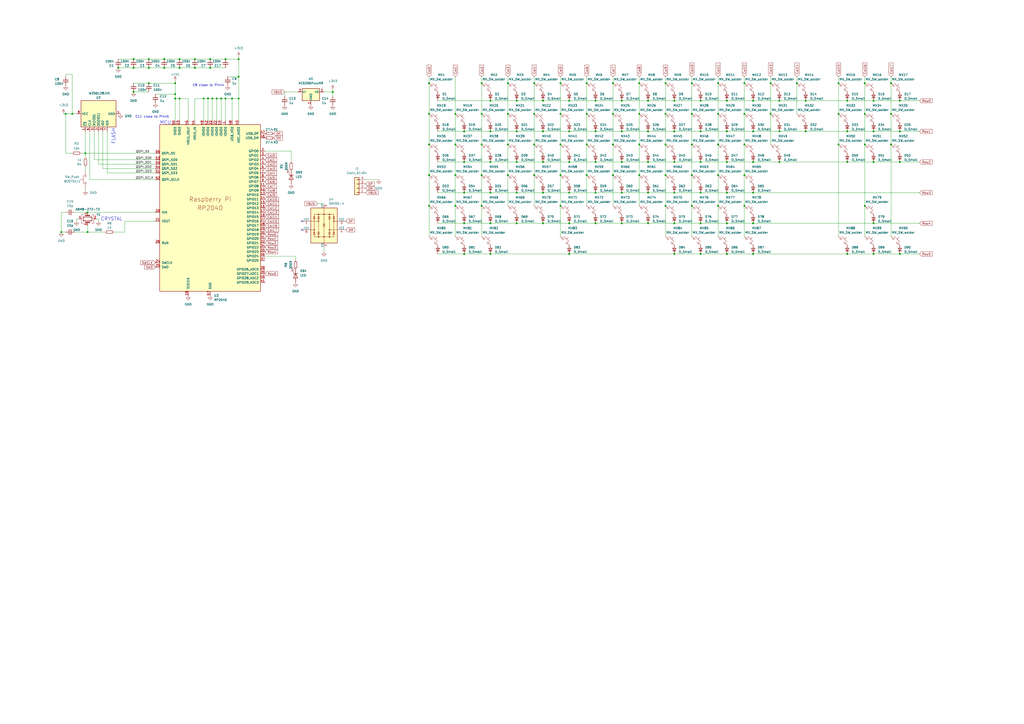
<source format=kicad_sch>
(kicad_sch (version 20231120) (generator "eeschema") (generator_version "8.0")
  (paper "A2")
  (junction (at 118.11 57.15))
  (junction (at 299.72 58.42))
  (junction (at 77.47 39.37))
  (junction (at 491.49 58.42))
  (junction (at 355.6 66.04))
  (junction (at 386.08 119.38))
  (junction (at 436.88 111.76))
  (junction (at 370.84 101.6))
  (junction (at 309.88 101.6))
  (junction (at 416.56 101.6))
  (junction (at 516.89 83.82))
  (junction (at 248.92 66.04))
  (junction (at 279.4 119.38))
  (junction (at 264.16 83.82))
  (junction (at 416.56 119.38))
  (junction (at 521.97 93.98))
  (junction (at 125.73 57.15))
  (junction (at 501.65 48.26))
  (junction (at 501.65 119.38))
  (junction (at 325.12 48.26))
  (junction (at 421.64 93.98))
  (junction (at 406.4 76.2))
  (junction (at 360.68 58.42))
  (junction (at 421.64 58.42))
  (junction (at 314.96 76.2))
  (junction (at 49.53 88.9))
  (junction (at 421.64 111.76))
  (junction (at 269.24 129.54))
  (junction (at 86.36 34.29))
  (junction (at 284.48 76.2))
  (junction (at 113.03 39.37))
  (junction (at 248.92 101.6))
  (junction (at 375.92 76.2))
  (junction (at 269.24 76.2))
  (junction (at 452.12 58.42))
  (junction (at 330.2 147.32))
  (junction (at 269.24 93.98))
  (junction (at 360.68 111.76))
  (junction (at 401.32 83.82))
  (junction (at 501.65 83.82))
  (junction (at 401.32 101.6))
  (junction (at 123.19 57.15))
  (junction (at 370.84 83.82))
  (junction (at 279.4 83.82))
  (junction (at 41.91 66.04))
  (junction (at 436.88 93.98))
  (junction (at 330.2 111.76))
  (junction (at 452.12 93.98))
  (junction (at 279.4 48.26))
  (junction (at 345.44 93.98))
  (junction (at 501.65 66.04))
  (junction (at 431.8 48.26))
  (junction (at 491.49 76.2))
  (junction (at 50.8 134.62))
  (junction (at 436.88 58.42))
  (junction (at 391.16 76.2))
  (junction (at 506.73 147.32))
  (junction (at 355.6 48.26))
  (junction (at 314.96 111.76))
  (junction (at 345.44 129.54))
  (junction (at 375.92 111.76))
  (junction (at 401.32 119.38))
  (junction (at 391.16 129.54))
  (junction (at 130.81 34.29))
  (junction (at 436.88 129.54))
  (junction (at 521.97 76.2))
  (junction (at 50.8 123.19))
  (junction (at 101.6 57.15))
  (junction (at 386.08 83.82))
  (junction (at 309.88 83.82))
  (junction (at 386.08 66.04))
  (junction (at 401.32 66.04))
  (junction (at 138.43 44.45))
  (junction (at 486.41 83.82))
  (junction (at 294.64 66.04))
  (junction (at 340.36 83.82))
  (junction (at 447.04 48.26))
  (junction (at 86.36 48.26))
  (junction (at 345.44 111.76))
  (junction (at 138.43 57.15))
  (junction (at 375.92 93.98))
  (junction (at 134.62 57.15))
  (junction (at 86.36 39.37))
  (junction (at 104.14 34.29))
  (junction (at 314.96 93.98))
  (junction (at 104.14 39.37))
  (junction (at 248.92 119.38))
  (junction (at 264.16 101.6))
  (junction (at 284.48 111.76))
  (junction (at 516.89 66.04))
  (junction (at 406.4 129.54))
  (junction (at 299.72 93.98))
  (junction (at 264.16 119.38))
  (junction (at 121.92 34.29))
  (junction (at 101.6 48.26))
  (junction (at 248.92 48.26))
  (junction (at 77.47 34.29))
  (junction (at 130.81 57.15))
  (junction (at 370.84 48.26))
  (junction (at 506.73 76.2))
  (junction (at 340.36 66.04))
  (junction (at 467.36 58.42))
  (junction (at 325.12 119.38))
  (junction (at 516.89 48.26))
  (junction (at 138.43 34.29))
  (junction (at 386.08 48.26))
  (junction (at 375.92 129.54))
  (junction (at 314.96 58.42))
  (junction (at 68.58 39.37))
  (junction (at 436.88 76.2))
  (junction (at 299.72 111.76))
  (junction (at 35.56 134.62))
  (junction (at 264.16 66.04))
  (junction (at 294.64 101.6))
  (junction (at 506.73 93.98))
  (junction (at 431.8 101.6))
  (junction (at 120.65 57.15))
  (junction (at 128.27 57.15))
  (junction (at 521.97 147.32))
  (junction (at 486.41 66.04))
  (junction (at 391.16 111.76))
  (junction (at 360.68 129.54))
  (junction (at 101.6 54.61))
  (junction (at 269.24 147.32))
  (junction (at 360.68 93.98))
  (junction (at 391.16 58.42))
  (junction (at 309.88 48.26))
  (junction (at 340.36 101.6))
  (junction (at 330.2 93.98))
  (junction (at 506.73 129.54))
  (junction (at 452.12 76.2))
  (junction (at 325.12 101.6))
  (junction (at 521.97 58.42))
  (junction (at 447.04 66.04))
  (junction (at 355.6 101.6))
  (junction (at 284.48 93.98))
  (junction (at 95.25 39.37))
  (junction (at 330.2 58.42))
  (junction (at 193.04 53.34))
  (junction (at 248.92 83.82))
  (junction (at 299.72 129.54))
  (junction (at 269.24 111.76))
  (junction (at 279.4 101.6))
  (junction (at 345.44 58.42))
  (junction (at 330.2 76.2))
  (junction (at 370.84 66.04))
  (junction (at 299.72 76.2))
  (junction (at 340.36 48.26))
  (junction (at 314.96 129.54))
  (junction (at 467.36 76.2))
  (junction (at 416.56 66.04))
  (junction (at 279.4 66.04))
  (junction (at 95.25 34.29))
  (junction (at 104.14 57.15))
  (junction (at 113.03 34.29))
  (junction (at 386.08 101.6))
  (junction (at 406.4 58.42))
  (junction (at 431.8 66.04))
  (junction (at 401.32 48.26))
  (junction (at 416.56 48.26))
  (junction (at 330.2 129.54))
  (junction (at 406.4 147.32))
  (junction (at 284.48 147.32))
  (junction (at 491.49 147.32))
  (junction (at 436.88 147.32))
  (junction (at 375.92 58.42))
  (junction (at 360.68 76.2))
  (junction (at 284.48 129.54))
  (junction (at 345.44 76.2))
  (junction (at 38.1 66.04))
  (junction (at 325.12 66.04))
  (junction (at 309.88 66.04))
  (junction (at 431.8 119.38))
  (junction (at 121.92 39.37))
  (junction (at 77.47 53.34))
  (junction (at 416.56 83.82))
  (junction (at 284.48 58.42))
  (junction (at 406.4 93.98))
  (junction (at 462.28 48.26))
  (junction (at 325.12 83.82))
  (junction (at 486.41 48.26))
  (junction (at 294.64 83.82))
  (junction (at 355.6 83.82))
  (junction (at 491.49 93.98))
  (junction (at 421.64 129.54))
  (junction (at 431.8 83.82))
  (junction (at 421.64 147.32))
  (junction (at 294.64 48.26))
  (junction (at 391.16 93.98))
  (junction (at 406.4 111.76))
  (junction (at 391.16 147.32))
  (junction (at 421.64 76.2))
  (junction (at 506.73 58.42))
  (no_connect (at 175.26 128.27))
  (no_connect (at 175.26 133.35))
  (wire (pts (xy 294.64 101.6) (xy 294.64 119.38)))
  (wire (pts (xy 355.6 83.82) (xy 355.6 101.6)))
  (wire (pts (xy 165.1 53.34) (xy 172.72 53.34)))
  (wire (pts (xy 50.8 130.81) (xy 50.8 134.62)))
  (wire (pts (xy 340.36 83.82) (xy 340.36 101.6)))
  (wire (pts (xy 355.6 66.04) (xy 355.6 83.82)))
  (wire (pts (xy 248.92 101.6) (xy 248.92 119.38)))
  (wire (pts (xy 125.73 57.15) (xy 125.73 69.85)))
  (wire (pts (xy 118.11 57.15) (xy 118.11 69.85)))
  (wire (pts (xy 330.2 76.2) (xy 345.44 76.2)))
  (wire (pts (xy 44.45 127) (xy 44.45 128.27)))
  (wire (pts (xy 462.28 44.45) (xy 462.28 48.26)))
  (wire (pts (xy 279.4 66.04) (xy 279.4 83.82)))
  (wire (pts (xy 279.4 83.82) (xy 279.4 101.6)))
  (wire (pts (xy 516.89 48.26) (xy 516.89 66.04)))
  (wire (pts (xy 406.4 93.98) (xy 421.64 93.98)))
  (wire (pts (xy 447.04 48.26) (xy 447.04 66.04)))
  (wire (pts (xy 436.88 93.98) (xy 452.12 93.98)))
  (wire (pts (xy 421.64 111.76) (xy 436.88 111.76)))
  (wire (pts (xy 406.4 76.2) (xy 421.64 76.2)))
  (wire (pts (xy 309.88 83.82) (xy 309.88 101.6)))
  (wire (pts (xy 284.48 129.54) (xy 299.72 129.54)))
  (wire (pts (xy 406.4 147.32) (xy 421.64 147.32)))
  (wire (pts (xy 284.48 111.76) (xy 299.72 111.76)))
  (wire (pts (xy 101.6 54.61) (xy 90.17 54.61)))
  (wire (pts (xy 360.68 76.2) (xy 375.92 76.2)))
  (wire (pts (xy 486.41 66.04) (xy 486.41 83.82)))
  (wire (pts (xy 314.96 76.2) (xy 330.2 76.2)))
  (wire (pts (xy 436.88 147.32) (xy 491.49 147.32)))
  (wire (pts (xy 269.24 147.32) (xy 284.48 147.32)))
  (wire (pts (xy 50.8 123.19) (xy 90.17 123.19)))
  (wire (pts (xy 269.24 129.54) (xy 284.48 129.54)))
  (wire (pts (xy 401.32 101.6) (xy 401.32 119.38)))
  (wire (pts (xy 391.16 93.98) (xy 406.4 93.98)))
  (wire (pts (xy 171.45 148.59) (xy 171.45 151.13)))
  (wire (pts (xy 421.64 76.2) (xy 436.88 76.2)))
  (wire (pts (xy 516.89 66.04) (xy 516.89 83.82)))
  (wire (pts (xy 436.88 58.42) (xy 452.12 58.42)))
  (wire (pts (xy 421.64 129.54) (xy 436.88 129.54)))
  (wire (pts (xy 309.88 101.6) (xy 309.88 119.38)))
  (wire (pts (xy 401.32 44.45) (xy 401.32 48.26)))
  (wire (pts (xy 52.07 104.14) (xy 90.17 104.14)))
  (wire (pts (xy 401.32 119.38) (xy 401.32 137.16)))
  (wire (pts (xy 421.64 58.42) (xy 436.88 58.42)))
  (wire (pts (xy 101.6 57.15) (xy 101.6 69.85)))
  (wire (pts (xy 299.72 58.42) (xy 314.96 58.42)))
  (wire (pts (xy 77.47 34.29) (xy 68.58 34.29)))
  (wire (pts (xy 467.36 76.2) (xy 491.49 76.2)))
  (wire (pts (xy 431.8 101.6) (xy 431.8 119.38)))
  (wire (pts (xy 138.43 44.45) (xy 132.08 44.45)))
  (wire (pts (xy 501.65 44.45) (xy 501.65 48.26)))
  (wire (pts (xy 284.48 93.98) (xy 299.72 93.98)))
  (wire (pts (xy 391.16 129.54) (xy 406.4 129.54)))
  (wire (pts (xy 86.36 34.29) (xy 77.47 34.29)))
  (wire (pts (xy 104.14 57.15) (xy 101.6 57.15)))
  (wire (pts (xy 138.43 57.15) (xy 138.43 69.85)))
  (wire (pts (xy 248.92 66.04) (xy 248.92 83.82)))
  (wire (pts (xy 501.65 83.82) (xy 501.65 119.38)))
  (wire (pts (xy 138.43 34.29) (xy 138.43 44.45)))
  (wire (pts (xy 77.47 53.34) (xy 86.36 53.34)))
  (wire (pts (xy 66.04 134.62) (xy 72.39 134.62)))
  (wire (pts (xy 431.8 83.82) (xy 431.8 101.6)))
  (wire (pts (xy 360.68 58.42) (xy 375.92 58.42)))
  (wire (pts (xy 279.4 44.45) (xy 279.4 48.26)))
  (wire (pts (xy 123.19 57.15) (xy 125.73 57.15)))
  (wire (pts (xy 314.96 58.42) (xy 330.2 58.42)))
  (wire (pts (xy 248.92 119.38) (xy 248.92 137.16)))
  (wire (pts (xy 506.73 58.42) (xy 521.97 58.42)))
  (wire (pts (xy 401.32 83.82) (xy 401.32 101.6)))
  (wire (pts (xy 86.36 48.26) (xy 101.6 48.26)))
  (wire (pts (xy 314.96 129.54) (xy 330.2 129.54)))
  (wire (pts (xy 284.48 76.2) (xy 299.72 76.2)))
  (wire (pts (xy 45.72 127) (xy 44.45 127)))
  (wire (pts (xy 370.84 48.26) (xy 370.84 66.04)))
  (wire (pts (xy 375.92 111.76) (xy 391.16 111.76)))
  (wire (pts (xy 533.4 76.2) (xy 521.97 76.2)))
  (wire (pts (xy 125.73 57.15) (xy 128.27 57.15)))
  (wire (pts (xy 325.12 101.6) (xy 325.12 119.38)))
  (wire (pts (xy 95.25 34.29) (xy 86.36 34.29)))
  (wire (pts (xy 370.84 83.82) (xy 370.84 101.6)))
  (wire (pts (xy 62.23 76.2) (xy 62.23 100.33)))
  (wire (pts (xy 187.96 53.34) (xy 193.04 53.34)))
  (wire (pts (xy 38.1 88.9) (xy 38.1 66.04)))
  (wire (pts (xy 193.04 53.34) (xy 193.04 55.88)))
  (wire (pts (xy 416.56 66.04) (xy 416.56 83.82)))
  (wire (pts (xy 360.68 93.98) (xy 375.92 93.98)))
  (wire (pts (xy 49.53 91.44) (xy 49.53 88.9)))
  (wire (pts (xy 330.2 58.42) (xy 345.44 58.42)))
  (wire (pts (xy 330.2 93.98) (xy 345.44 93.98)))
  (wire (pts (xy 340.36 66.04) (xy 340.36 83.82)))
  (wire (pts (xy 121.92 34.29) (xy 113.03 34.29)))
  (wire (pts (xy 345.44 129.54) (xy 360.68 129.54)))
  (wire (pts (xy 86.36 48.26) (xy 77.47 48.26)))
  (wire (pts (xy 138.43 44.45) (xy 138.43 57.15)))
  (wire (pts (xy 325.12 66.04) (xy 325.12 83.82)))
  (wire (pts (xy 128.27 57.15) (xy 128.27 69.85)))
  (wire (pts (xy 269.24 76.2) (xy 284.48 76.2)))
  (wire (pts (xy 294.64 48.26) (xy 294.64 66.04)))
  (wire (pts (xy 370.84 101.6) (xy 370.84 119.38)))
  (wire (pts (xy 299.72 93.98) (xy 314.96 93.98)))
  (wire (pts (xy 109.22 57.15) (xy 104.14 57.15)))
  (wire (pts (xy 212.09 104.14) (xy 219.71 104.14)))
  (wire (pts (xy 360.68 111.76) (xy 375.92 111.76)))
  (wire (pts (xy 375.92 76.2) (xy 391.16 76.2)))
  (wire (pts (xy 38.1 123.19) (xy 35.56 123.19)))
  (wire (pts (xy 279.4 119.38) (xy 279.4 137.16)))
  (wire (pts (xy 254 147.32) (xy 269.24 147.32)))
  (wire (pts (xy 59.69 97.79) (xy 90.17 97.79)))
  (wire (pts (xy 72.39 128.27) (xy 90.17 128.27)))
  (wire (pts (xy 101.6 48.26) (xy 101.6 54.61)))
  (wire (pts (xy 486.41 83.82) (xy 486.41 137.16)))
  (wire (pts (xy 104.14 39.37) (xy 113.03 39.37)))
  (wire (pts (xy 447.04 44.45) (xy 447.04 48.26)))
  (wire (pts (xy 264.16 101.6) (xy 264.16 119.38)))
  (wire (pts (xy 325.12 119.38) (xy 325.12 137.16)))
  (wire (pts (xy 375.92 93.98) (xy 391.16 93.98)))
  (wire (pts (xy 109.22 69.85) (xy 109.22 57.15)))
  (wire (pts (xy 49.53 88.9) (xy 49.53 76.2)))
  (wire (pts (xy 486.41 44.45) (xy 486.41 48.26)))
  (wire (pts (xy 284.48 147.32) (xy 330.2 147.32)))
  (wire (pts (xy 294.64 44.45) (xy 294.64 48.26)))
  (wire (pts (xy 120.65 57.15) (xy 120.65 69.85)))
  (wire (pts (xy 421.64 93.98) (xy 436.88 93.98)))
  (wire (pts (xy 462.28 48.26) (xy 462.28 66.04)))
  (wire (pts (xy 128.27 57.15) (xy 130.81 57.15)))
  (wire (pts (xy 345.44 58.42) (xy 360.68 58.42)))
  (wire (pts (xy 436.88 76.2) (xy 452.12 76.2)))
  (wire (pts (xy 330.2 129.54) (xy 345.44 129.54)))
  (wire (pts (xy 345.44 93.98) (xy 360.68 93.98)))
  (wire (pts (xy 294.64 66.04) (xy 294.64 83.82)))
  (wire (pts (xy 370.84 44.45) (xy 370.84 48.26)))
  (wire (pts (xy 436.88 129.54) (xy 506.73 129.54)))
  (wire (pts (xy 375.92 58.42) (xy 391.16 58.42)))
  (wire (pts (xy 77.47 39.37) (xy 86.36 39.37)))
  (wire (pts (xy 46.99 88.9) (xy 49.53 88.9)))
  (wire (pts (xy 299.72 111.76) (xy 314.96 111.76)))
  (wire (pts (xy 49.53 88.9) (xy 90.17 88.9)))
  (wire (pts (xy 506.73 147.32) (xy 521.97 147.32)))
  (wire (pts (xy 138.43 33.02) (xy 138.43 34.29)))
  (wire (pts (xy 294.64 83.82) (xy 294.64 101.6)))
  (wire (pts (xy 187.96 143.51) (xy 187.96 146.05)))
  (wire (pts (xy 486.41 48.26) (xy 486.41 66.04)))
  (wire (pts (xy 406.4 111.76) (xy 421.64 111.76)))
  (wire (pts (xy 431.8 119.38) (xy 431.8 137.16)))
  (wire (pts (xy 279.4 48.26) (xy 279.4 66.04)))
  (wire (pts (xy 57.15 76.2) (xy 57.15 95.25)))
  (wire (pts (xy 68.58 39.37) (xy 77.47 39.37)))
  (wire (pts (xy 36.83 66.04) (xy 38.1 66.04)))
  (wire (pts (xy 491.49 147.32) (xy 506.73 147.32)))
  (wire (pts (xy 248.92 83.82) (xy 248.92 101.6)))
  (wire (pts (xy 121.92 39.37) (xy 130.81 39.37)))
  (wire (pts (xy 360.68 129.54) (xy 375.92 129.54)))
  (wire (pts (xy 431.8 44.45) (xy 431.8 48.26)))
  (wire (pts (xy 345.44 76.2) (xy 360.68 76.2)))
  (wire (pts (xy 118.11 57.15) (xy 120.65 57.15)))
  (wire (pts (xy 264.16 119.38) (xy 264.16 137.16)))
  (wire (pts (xy 49.53 96.52) (xy 49.53 99.06)))
  (wire (pts (xy 386.08 119.38) (xy 386.08 137.16)))
  (wire (pts (xy 330.2 111.76) (xy 345.44 111.76)))
  (wire (pts (xy 38.1 88.9) (xy 41.91 88.9)))
  (wire (pts (xy 57.15 95.25) (xy 90.17 95.25)))
  (wire (pts (xy 533.4 58.42) (xy 521.97 58.42)))
  (wire (pts (xy 501.65 48.26) (xy 501.65 66.04)))
  (wire (pts (xy 309.88 48.26) (xy 309.88 66.04)))
  (wire (pts (xy 41.91 66.04) (xy 44.45 66.04)))
  (wire (pts (xy 113.03 57.15) (xy 118.11 57.15)))
  (wire (pts (xy 431.8 66.04) (xy 431.8 83.82)))
  (wire (pts (xy 153.67 87.63) (xy 168.91 87.63)))
  (wire (pts (xy 254 129.54) (xy 269.24 129.54)))
  (wire (pts (xy 54.61 92.71) (xy 90.17 92.71)))
  (wire (pts (xy 416.56 44.45) (xy 416.56 48.26)))
  (wire (pts (xy 325.12 44.45) (xy 325.12 48.26)))
  (wire (pts (xy 370.84 66.04) (xy 370.84 83.82)))
  (wire (pts (xy 416.56 48.26) (xy 416.56 66.04)))
  (wire (pts (xy 447.04 66.04) (xy 447.04 83.82)))
  (wire (pts (xy 506.73 76.2) (xy 521.97 76.2)))
  (wire (pts (xy 340.36 44.45) (xy 340.36 48.26)))
  (wire (pts (xy 386.08 48.26) (xy 386.08 66.04)))
  (wire (pts (xy 130.81 57.15) (xy 130.81 69.85)))
  (wire (pts (xy 104.14 34.29) (xy 95.25 34.29)))
  (wire (pts (xy 391.16 111.76) (xy 406.4 111.76)))
  (wire (pts (xy 406.4 58.42) (xy 421.64 58.42)))
  (wire (pts (xy 491.49 93.98) (xy 506.73 93.98)))
  (wire (pts (xy 49.53 110.49) (xy 49.53 109.22)))
  (wire (pts (xy 501.65 66.04) (xy 501.65 83.82)))
  (wire (pts (xy 248.92 44.45) (xy 248.92 48.26)))
  (wire (pts (xy 113.03 34.29) (xy 104.14 34.29)))
  (wire (pts (xy 533.4 129.54) (xy 506.73 129.54)))
  (wire (pts (xy 340.36 101.6) (xy 340.36 119.38)))
  (wire (pts (xy 314.96 111.76) (xy 330.2 111.76)))
  (wire (pts (xy 309.88 66.04) (xy 309.88 83.82)))
  (wire (pts (xy 41.91 66.04) (xy 41.91 43.18)))
  (wire (pts (xy 325.12 48.26) (xy 325.12 66.04)))
  (wire (pts (xy 391.16 147.32) (xy 406.4 147.32)))
  (wire (pts (xy 193.04 52.07) (xy 193.04 53.34)))
  (wire (pts (xy 391.16 58.42) (xy 406.4 58.42)))
  (wire (pts (xy 165.1 53.34) (xy 165.1 55.88)))
  (wire (pts (xy 501.65 119.38) (xy 501.65 137.16)))
  (wire (pts (xy 314.96 93.98) (xy 330.2 93.98)))
  (wire (pts (xy 113.03 39.37) (xy 121.92 39.37)))
  (wire (pts (xy 391.16 76.2) (xy 406.4 76.2)))
  (wire (pts (xy 325.12 83.82) (xy 325.12 101.6)))
  (wire (pts (xy 355.6 44.45) (xy 355.6 48.26)))
  (wire (pts (xy 279.4 101.6) (xy 279.4 119.38)))
  (wire (pts (xy 421.64 147.32) (xy 436.88 147.32)))
  (wire (pts (xy 516.89 83.82) (xy 516.89 137.16)))
  (wire (pts (xy 345.44 111.76) (xy 360.68 111.76)))
  (wire (pts (xy 120.65 57.15) (xy 123.19 57.15)))
  (wire (pts (xy 355.6 101.6) (xy 355.6 119.38)))
  (wire (pts (xy 134.62 57.15) (xy 138.43 57.15)))
  (wire (pts (xy 406.4 129.54) (xy 421.64 129.54)))
  (wire (pts (xy 436.88 111.76) (xy 533.4 111.76)))
  (wire (pts (xy 340.36 48.26) (xy 340.36 66.04)))
  (wire (pts (xy 254 93.98) (xy 269.24 93.98)))
  (wire (pts (xy 386.08 44.45) (xy 386.08 48.26)))
  (wire (pts (xy 521.97 147.32) (xy 533.4 147.32)))
  (wire (pts (xy 467.36 58.42) (xy 491.49 58.42)))
  (wire (pts (xy 254 58.42) (xy 284.48 58.42)))
  (wire (pts (xy 452.12 76.2) (xy 467.36 76.2)))
  (wire (pts (xy 43.18 123.19) (xy 50.8 123.19)))
  (wire (pts (xy 401.32 48.26) (xy 401.32 66.04)))
  (wire (pts (xy 35.56 123.19) (xy 35.56 134.62)))
  (wire (pts (xy 86.36 39.37) (xy 95.25 39.37)))
  (wire (pts (xy 38.1 43.18) (xy 38.1 44.45)))
  (wire (pts (xy 121.92 34.29) (xy 130.81 34.29)))
  (wire (pts (xy 72.39 134.62) (xy 72.39 128.27)))
  (wire (pts (xy 284.48 58.42) (xy 299.72 58.42)))
  (wire (pts (xy 153.67 148.59) (xy 171.45 148.59)))
  (wire (pts (xy 386.08 83.82) (xy 386.08 101.6)))
  (wire (pts (xy 521.97 93.98) (xy 533.4 93.98)))
  (wire (pts (xy 54.61 76.2) (xy 54.61 92.71)))
  (wire (pts (xy 269.24 93.98) (xy 284.48 93.98)))
  (wire (pts (xy 264.16 44.45) (xy 264.16 66.04)))
  (wire (pts (xy 113.03 69.85) (xy 113.03 57.15)))
  (wire (pts (xy 38.1 66.04) (xy 41.91 66.04)))
  (wire (pts (xy 50.8 134.62) (xy 60.96 134.62)))
  (wire (pts (xy 416.56 101.6) (xy 416.56 119.38)))
  (wire (pts (xy 452.12 93.98) (xy 491.49 93.98)))
  (wire (pts (xy 355.6 48.26) (xy 355.6 66.04)))
  (wire (pts (xy 52.07 76.2) (xy 52.07 104.14)))
  (wire (pts (xy 416.56 119.38) (xy 416.56 137.16)))
  (wire (pts (xy 491.49 76.2) (xy 506.73 76.2)))
  (wire (pts (xy 516.89 44.45) (xy 516.89 48.26)))
  (wire (pts (xy 62.23 100.33) (xy 90.17 100.33)))
  (wire (pts (xy 254 76.2) (xy 269.24 76.2)))
  (wire (pts (xy 416.56 83.82) (xy 416.56 101.6)))
  (wire (pts (xy 386.08 101.6) (xy 386.08 119.38)))
  (wire (pts (xy 269.24 111.76) (xy 284.48 111.76)))
  (wire (pts (xy 104.14 57.15) (xy 104.14 69.85)))
  (wire (pts (xy 184.15 118.11) (xy 187.96 118.11)))
  (wire (pts (xy 35.56 134.62) (xy 38.1 134.62)))
  (wire (pts (xy 299.72 129.54) (xy 314.96 129.54)))
  (wire (pts (xy 452.12 58.42) (xy 467.36 58.42)))
  (wire (pts (xy 134.62 57.15) (xy 134.62 69.85)))
  (wire (pts (xy 59.69 76.2) (xy 59.69 97.79)))
  (wire (pts (xy 50.8 134.62) (xy 43.18 134.62)))
  (wire (pts (xy 95.25 39.37) (xy 104.14 39.37)))
  (wire (pts (xy 254 111.76) (xy 269.24 111.76)))
  (wire (pts (xy 491.49 58.42) (xy 506.73 58.42)))
  (wire (pts (xy 130.81 34.29) (xy 138.43 34.29)))
  (wire (pts (xy 123.19 57.15) (xy 123.19 69.85)))
  (wire (pts (xy 101.6 46.99) (xy 101.6 48.26)))
  (wire (pts (xy 506.73 93.98) (xy 521.97 93.98)))
  (wire (pts (xy 264.16 83.82) (xy 264.16 101.6)))
  (wire (pts (xy 38.1 43.18) (xy 41.91 43.18)))
  (wire (pts (xy 55.88 127) (xy 57.15 127)))
  (wire (pts (xy 401.32 66.04) (xy 401.32 83.82)))
  (wire (pts (xy 248.92 48.26) (xy 248.92 66.04)))
  (wire (pts (xy 168.91 87.63) (xy 168.91 93.98)))
  (wire (pts (xy 309.88 44.45) (xy 309.88 48.26)))
  (wire (pts (xy 299.72 76.2) (xy 314.96 76.2)))
  (wire (pts (xy 431.8 48.26) (xy 431.8 66.04)))
  (wire (pts (xy 375.92 129.54) (xy 391.16 129.54)))
  (wire (pts (xy 330.2 147.32) (xy 391.16 147.32)))
  (wire (pts (xy 130.81 57.15) (xy 134.62 57.15)))
  (wire (pts (xy 57.15 127) (xy 57.15 128.27)))
  (wire (pts (xy 264.16 66.04) (xy 264.16 83.82)))
  (wire (pts (xy 101.6 54.61) (xy 101.6 57.15)))
  (wire (pts (xy 386.08 66.04) (xy 386.08 83.82)))
  (text "MCU" (at 92.71 72.39 0) (effects (font (size 2 2)) (justify left bottom)))
  (text "FLASH" (at 67.056 83.566 90) (effects (font (size 2 2)) (justify left bottom)))
  (text "C8 close to Pin44\n" (at 111.76 50.292 0) (effects (font (size 1.3 1.3)) (justify left bottom)))
  (text "CRYSTAL\n" (at 58.42 128.27 0) (effects (font (size 2 2)) (justify left bottom)))
  (text "C11 close to Pin45\n" (at 78.486 68.58 0) (effects (font (size 1.3 1.3)) (justify left bottom)))
  (label "QSPI_SS" (at 78.74 88.9 0))
  (label "QSPI_SCLK" (at 78.74 104.14 0))
  (label "QSPI_SD0" (at 78.74 92.71 0))
  (label "QSPI_SD1" (at 78.74 95.25 0))
  (label "QSPI_SD2" (at 78.74 97.79 0))
  (label "QSPI_SD3" (at 78.74 100.33 0))
  (global_label "Col12" (shape input) (at 153.67 120.65 0) (property "Intersheetrefs" "${INTERSHEET_REFS}" (effects (hide yes))))
  (global_label "Col6" (shape input) (at 153.67 105.41 0) (property "Intersheetrefs" "${INTERSHEET_REFS}" (effects (hide yes))))
  (global_label "Row5" (shape input) (at 533.4 147.32 0) (property "Intersheetrefs" "${INTERSHEET_REFS}" (effects (hide yes))))
  (global_label "Col1" (shape input) (at 153.67 92.71 0) (property "Intersheetrefs" "${INTERSHEET_REFS}" (effects (hide yes))))
  (global_label "Col10" (shape input) (at 401.32 44.45 90) (property "Intersheetrefs" "${INTERSHEET_REFS}" (effects (hide yes))))
  (global_label "Col9" (shape input) (at 153.67 113.03 0) (property "Intersheetrefs" "${INTERSHEET_REFS}" (effects (hide yes))))
  (global_label "DM" (shape input) (at 200.66 133.35 0) (property "Intersheetrefs" "${INTERSHEET_REFS}" (effects (hide yes))))
  (global_label "Col15" (shape input) (at 486.41 44.45 90) (property "Intersheetrefs" "${INTERSHEET_REFS}" (effects (hide yes))))
  (global_label "Col4" (shape input) (at 153.67 100.33 0) (property "Intersheetrefs" "${INTERSHEET_REFS}" (effects (hide yes))))
  (global_label "SWD" (shape input) (at 90.17 154.94 180) (property "Intersheetrefs" "${INTERSHEET_REFS}" (effects (hide yes))))
  (global_label "Col11" (shape input) (at 416.56 44.45 90) (property "Intersheetrefs" "${INTERSHEET_REFS}" (effects (hide yes))))
  (global_label "VBUS" (shape input) (at 212.09 111.76 0) (property "Intersheetrefs" "${INTERSHEET_REFS}" (effects (hide yes))))
  (global_label "Col3" (shape input) (at 294.64 44.45 90) (property "Intersheetrefs" "${INTERSHEET_REFS}" (effects (hide yes))))
  (global_label "Row4" (shape input) (at 533.4 129.54 0) (property "Intersheetrefs" "${INTERSHEET_REFS}" (effects (hide yes))))
  (global_label "DP" (shape input) (at 158.75 77.47 0) (property "Intersheetrefs" "${INTERSHEET_REFS}" (effects (hide yes))))
  (global_label "Col9" (shape input) (at 386.08 44.45 90) (property "Intersheetrefs" "${INTERSHEET_REFS}" (effects (hide yes))))
  (global_label "Col8" (shape input) (at 153.67 110.49 0) (property "Intersheetrefs" "${INTERSHEET_REFS}" (effects (hide yes))))
  (global_label "DP" (shape input) (at 212.09 106.68 0) (property "Intersheetrefs" "${INTERSHEET_REFS}" (effects (hide yes))))
  (global_label "Col12" (shape input) (at 431.8 44.45 90) (property "Intersheetrefs" "${INTERSHEET_REFS}" (effects (hide yes))))
  (global_label "Col14" (shape input) (at 462.28 44.45 90) (property "Intersheetrefs" "${INTERSHEET_REFS}" (effects (hide yes))))
  (global_label "Row1" (shape input) (at 533.4 76.2 0) (property "Intersheetrefs" "${INTERSHEET_REFS}" (effects (hide yes))))
  (global_label "DM" (shape input) (at 158.75 80.01 0) (property "Intersheetrefs" "${INTERSHEET_REFS}" (effects (hide yes))))
  (global_label "Col5" (shape input) (at 153.67 102.87 0) (property "Intersheetrefs" "${INTERSHEET_REFS}" (effects (hide yes))))
  (global_label "Col3" (shape input) (at 153.67 97.79 0) (property "Intersheetrefs" "${INTERSHEET_REFS}" (effects (hide yes))))
  (global_label "Col17" (shape input) (at 153.67 133.35 0) (property "Intersheetrefs" "${INTERSHEET_REFS}" (effects (hide yes))))
  (global_label "SWCLK" (shape input) (at 90.17 152.4 180) (property "Intersheetrefs" "${INTERSHEET_REFS}" (effects (hide yes))))
  (global_label "Row2" (shape input) (at 153.67 140.97 0) (property "Intersheetrefs" "${INTERSHEET_REFS}" (effects (hide yes))))
  (global_label "Col5" (shape input) (at 325.12 44.45 90) (property "Intersheetrefs" "${INTERSHEET_REFS}" (effects (hide yes))))
  (global_label "Col10" (shape input) (at 153.67 115.57 0) (property "Intersheetrefs" "${INTERSHEET_REFS}" (effects (hide yes))))
  (global_label "Col4" (shape input) (at 309.88 44.45 90) (property "Intersheetrefs" "${INTERSHEET_REFS}" (effects (hide yes))))
  (global_label "Col13" (shape input) (at 447.04 44.45 90) (property "Intersheetrefs" "${INTERSHEET_REFS}" (effects (hide yes))))
  (global_label "Col7" (shape input) (at 355.6 44.45 90) (property "Intersheetrefs" "${INTERSHEET_REFS}" (effects (hide yes))))
  (global_label "Col1" (shape input) (at 264.16 44.45 90) (property "Intersheetrefs" "${INTERSHEET_REFS}" (effects (hide yes))))
  (global_label "DP" (shape input) (at 200.66 128.27 0) (property "Intersheetrefs" "${INTERSHEET_REFS}" (effects (hide yes))))
  (global_label "Row0" (shape input) (at 533.4 58.42 0) (property "Intersheetrefs" "${INTERSHEET_REFS}" (effects (hide yes))))
  (global_label "Col14" (shape input) (at 153.67 125.73 0) (property "Intersheetrefs" "${INTERSHEET_REFS}" (effects (hide yes))))
  (global_label "Col0" (shape input) (at 153.67 90.17 0) (property "Intersheetrefs" "${INTERSHEET_REFS}" (effects (hide yes))))
  (global_label "Col13" (shape input) (at 153.67 123.19 0) (property "Intersheetrefs" "${INTERSHEET_REFS}" (effects (hide yes))))
  (global_label "Col0" (shape input) (at 248.92 44.45 90) (property "Intersheetrefs" "${INTERSHEET_REFS}" (effects (hide yes))))
  (global_label "Col16" (shape input) (at 501.65 44.45 90) (property "Intersheetrefs" "${INTERSHEET_REFS}" (effects (hide yes))))
  (global_label "Col6" (shape input) (at 340.36 44.45 90) (property "Intersheetrefs" "${INTERSHEET_REFS}" (effects (hide yes))))
  (global_label "Col8" (shape input) (at 370.84 44.45 90) (property "Intersheetrefs" "${INTERSHEET_REFS}" (effects (hide yes))))
  (global_label "Col11" (shape input) (at 153.67 118.11 0) (property "Intersheetrefs" "${INTERSHEET_REFS}" (effects (hide yes))))
  (global_label "Row2" (shape input) (at 533.4 93.98 0) (property "Intersheetrefs" "${INTERSHEET_REFS}" (effects (hide yes))))
  (global_label "Row5" (shape input) (at 153.67 158.75 0) (property "Intersheetrefs" "${INTERSHEET_REFS}" (effects (hide yes))))
  (global_label "Row1" (shape input) (at 153.67 138.43 0) (property "Intersheetrefs" "${INTERSHEET_REFS}" (effects (hide yes))))
  (global_label "VBUS" (shape input) (at 165.1 53.34 180) (property "Intersheetrefs" "${INTERSHEET_REFS}" (effects (hide yes))))
  (global_label "Col2" (shape input) (at 153.67 95.25 0) (property "Intersheetrefs" "${INTERSHEET_REFS}" (effects (hide yes))))
  (global_label "VBUS" (shape input) (at 184.15 118.11 180) (property "Intersheetrefs" "${INTERSHEET_REFS}" (effects (hide yes))))
  (global_label "Col15" (shape input) (at 153.67 128.27 0) (property "Intersheetrefs" "${INTERSHEET_REFS}" (effects (hide yes))))
  (global_label "Row3" (shape input) (at 533.4 111.76 0) (property "Intersheetrefs" "${INTERSHEET_REFS}" (effects (hide yes))))
  (global_label "Row4" (shape input) (at 153.67 146.05 0) (property "Intersheetrefs" "${INTERSHEET_REFS}" (effects (hide yes))))
  (global_label "Col7" (shape input) (at 153.67 107.95 0) (property "Intersheetrefs" "${INTERSHEET_REFS}" (effects (hide yes))))
  (global_label "Col17" (shape input) (at 516.89 44.45 90) (property "Intersheetrefs" "${INTERSHEET_REFS}" (effects (hide yes))))
  (global_label "Col2" (shape input) (at 279.4 44.45 90) (property "Intersheetrefs" "${INTERSHEET_REFS}" (effects (hide yes))))
  (global_label "Col16" (shape input) (at 153.67 130.81 0) (property "Intersheetrefs" "${INTERSHEET_REFS}" (effects (hide yes))))
  (global_label "Row0" (shape input) (at 153.67 135.89 0) (property "Intersheetrefs" "${INTERSHEET_REFS}" (effects (hide yes))))
  (global_label "DM" (shape input) (at 212.09 109.22 0) (property "Intersheetrefs" "${INTERSHEET_REFS}" (effects (hide yes))))
  (global_label "Row3" (shape input) (at 153.67 143.51 0) (property "Intersheetrefs" "${INTERSHEET_REFS}" (effects (hide yes))))
  (symbol (lib_id "Device:D_Small") (at 491.49 91.44 90) (unit 1)
    (property "Reference" "D50" (at 494.03 90.1699 90) (effects (justify right)))
    (property "Value" "D_Small" (at 494.03 92.7099 90) (effects (justify right)))
    (property "Footprint" "ScottoKeebs_Components:Diode_SOD-123_noref2" (effects (hide yes)))
    (property "Description" "Diode, small symbol" (effects (hide yes)))
    (property "Sim.Device" "D" (effects (hide yes)))
    (property "Sim.Pins" "1=K 2=A" (effects (hide yes)))
  )
  (symbol (lib_id "Device:D_Small") (at 314.96 109.22 90) (unit 1)
    (property "Reference" "D57" (at 317.5 107.9499 90) (effects (justify right)))
    (property "Value" "D_Small" (at 317.5 110.4899 90) (effects (justify right)))
    (property "Footprint" "ScottoKeebs_Components:Diode_SOD-123_noref2" (effects (hide yes)))
    (property "Description" "Diode, small symbol" (effects (hide yes)))
    (property "Sim.Device" "D" (effects (hide yes)))
    (property "Sim.Pins" "1=K 2=A" (effects (hide yes)))
  )
  (symbol (lib_id "Device:D_Small") (at 436.88 55.88 90) (unit 1)
    (property "Reference" "D12" (at 439.42 54.6099 90) (effects (justify right)))
    (property "Value" "D_Small" (at 439.42 57.1499 90) (effects (justify right)))
    (property "Footprint" "ScottoKeebs_Components:Diode_SOD-123_noref2" (effects (hide yes)))
    (property "Description" "Diode, small symbol" (effects (hide yes)))
    (property "Sim.Device" "D" (effects (hide yes)))
    (property "Sim.Pins" "1=K 2=A" (effects (hide yes)))
  )
  (symbol (lib_id "marbastlib-mx:MX_SW_solder") (at 266.7 121.92 0) (unit 1)
    (property "Reference" "MX67" (at 271.272 114.554 0))
    (property "Value" "MX_SW_solder" (at 271.272 117.094 0))
    (property "Footprint" "ScottoKeebs_MX:MX_PCB_1.00u_NoSilkscreen_narrow" (effects (hide yes)))
    (property "Description" "Push button switch, normally open, two pins, 45° tilted" (effects (hide yes)))
  )
  (symbol (lib_id "marbastlib-mx:MX_SW_solder") (at 327.66 86.36 0) (unit 1)
    (property "Reference" "MX41" (at 332.232 78.994 0))
    (property "Value" "MX_SW_solder" (at 332.232 81.534 0))
    (property "Footprint" "ScottoKeebs_MX:MX_PCB_1.00u_NoSilkscreen_narrow" (effects (hide yes)))
    (property "Description" "Push button switch, normally open, two pins, 45° tilted" (effects (hide yes)))
  )
  (symbol (lib_id "marbastlib-mx:MX_SW_solder") (at 373.38 68.58 0) (unit 1)
    (property "Reference" "MX26" (at 377.952 61.214 0))
    (property "Value" "MX_SW_solder" (at 377.952 63.754 0))
    (property "Footprint" "ScottoKeebs_MX:MX_PCB_1.00u_NoSilkscreen_narrow" (effects (hide yes)))
    (property "Description" "Push button switch, normally open, two pins, 45° tilted" (effects (hide yes)))
  )
  (symbol (lib_id "marbastlib-mx:MX_SW_solder") (at 519.43 68.58 0) (unit 1)
    (property "Reference" "MX35" (at 524.002 61.214 0))
    (property "Value" "MX_SW_solder" (at 524.002 63.754 0))
    (property "Footprint" "ScottoKeebs_MX:MX_PCB_1.00u_NoSilkscreen_narrow" (effects (hide yes)))
    (property "Description" "Push button switch, normally open, two pins, 45° tilted" (effects (hide yes)))
  )
  (symbol (lib_id "Device:D_Small") (at 436.88 109.22 90) (unit 1)
    (property "Reference" "D65" (at 439.42 107.9499 90) (effects (justify right)))
    (property "Value" "D_Small" (at 439.42 110.4899 90) (effects (justify right)))
    (property "Footprint" "ScottoKeebs_Components:Diode_SOD-123_noref2" (effects (hide yes)))
    (property "Description" "Diode, small symbol" (effects (hide yes)))
    (property "Sim.Device" "D" (effects (hide yes)))
    (property "Sim.Pins" "1=K 2=A" (effects (hide yes)))
  )
  (symbol (lib_id "Device:D_Small") (at 375.92 55.88 90) (unit 1)
    (property "Reference" "D8" (at 378.46 54.6099 90) (effects (justify right)))
    (property "Value" "D_Small" (at 378.46 57.1499 90) (effects (justify right)))
    (property "Footprint" "ScottoKeebs_Components:Diode_SOD-123_noref2" (effects (hide yes)))
    (property "Description" "Diode, small symbol" (effects (hide yes)))
    (property "Sim.Device" "D" (effects (hide yes)))
    (property "Sim.Pins" "1=K 2=A" (effects (hide yes)))
  )
  (symbol (lib_id "Device:D_Small") (at 345.44 127 90) (unit 1)
    (property "Reference" "D72" (at 347.98 125.7299 90) (effects (justify right)))
    (property "Value" "D_Small" (at 347.98 128.2699 90) (effects (justify right)))
    (property "Footprint" "ScottoKeebs_Components:Diode_SOD-123_noref2" (effects (hide yes)))
    (property "Description" "Diode, small symbol" (effects (hide yes)))
    (property "Sim.Device" "D" (effects (hide yes)))
    (property "Sim.Pins" "1=K 2=A" (effects (hide yes)))
  )
  (symbol (lib_id "Device:D_Small") (at 406.4 127 90) (unit 1)
    (property "Reference" "D76" (at 408.94 125.7299 90) (effects (justify right)))
    (property "Value" "D_Small" (at 408.94 128.2699 90) (effects (justify right)))
    (property "Footprint" "ScottoKeebs_Components:Diode_SOD-123_noref2" (effects (hide yes)))
    (property "Description" "Diode, small symbol" (effects (hide yes)))
    (property "Sim.Device" "D" (effects (hide yes)))
    (property "Sim.Pins" "1=K 2=A" (effects (hide yes)))
  )
  (symbol (lib_id "Device:D_Small") (at 375.92 73.66 90) (unit 1)
    (property "Reference" "D26" (at 378.46 72.3899 90) (effects (justify right)))
    (property "Value" "D_Small" (at 378.46 74.9299 90) (effects (justify right)))
    (property "Footprint" "ScottoKeebs_Components:Diode_SOD-123_noref2" (effects (hide yes)))
    (property "Description" "Diode, small symbol" (effects (hide yes)))
    (property "Sim.Device" "D" (effects (hide yes)))
    (property "Sim.Pins" "1=K 2=A" (effects (hide yes)))
  )
  (symbol (lib_id "Device:D_Small") (at 521.97 73.66 90) (unit 1)
    (property "Reference" "D35" (at 524.51 72.3899 90) (effects (justify right)))
    (property "Value" "D_Small" (at 524.51 74.9299 90) (effects (justify right)))
    (property "Footprint" "ScottoKeebs_Components:Diode_SOD-123_noref2" (effects (hide yes)))
    (property "Description" "Diode, small symbol" (effects (hide yes)))
    (property "Sim.Device" "D" (effects (hide yes)))
    (property "Sim.Pins" "1=K 2=A" (effects (hide yes)))
  )
  (symbol (lib_id "marbastlib-mx:MX_SW_solder") (at 327.66 68.58 0) (unit 1)
    (property "Reference" "MX23" (at 332.232 61.214 0))
    (property "Value" "MX_SW_solder" (at 332.232 63.754 0))
    (property "Footprint" "ScottoKeebs_MX:MX_PCB_1.00u_NoSilkscreen_narrow" (effects (hide yes)))
    (property "Description" "Push button switch, normally open, two pins, 45° tilted" (effects (hide yes)))
  )
  (symbol (lib_id "power:GND") (at 57.15 128.27 0) (unit 1)
    (property "Reference" "#PWR017" (effects (hide yes)))
    (property "Value" "GND" (at 57.15 133.35 0))
  )
  (symbol (lib_id "Device:D_Small") (at 330.2 109.22 90) (unit 1)
    (property "Reference" "D58" (at 332.74 107.9499 90) (effects (justify right)))
    (property "Value" "D_Small" (at 332.74 110.4899 90) (effects (justify right)))
    (property "Footprint" "ScottoKeebs_Components:Diode_SOD-123_noref2" (effects (hide yes)))
    (property "Description" "Diode, small symbol" (effects (hide yes)))
    (property "Sim.Device" "D" (effects (hide yes)))
    (property "Sim.Pins" "1=K 2=A" (effects (hide yes)))
  )
  (symbol (lib_id "Device:D_Small") (at 421.64 73.66 90) (unit 1)
    (property "Reference" "D29" (at 424.18 72.3899 90) (effects (justify right)))
    (property "Value" "D_Small" (at 424.18 74.9299 90) (effects (justify right)))
    (property "Footprint" "ScottoKeebs_Components:Diode_SOD-123_noref2" (effects (hide yes)))
    (property "Description" "Diode, small symbol" (effects (hide yes)))
    (property "Sim.Device" "D" (effects (hide yes)))
    (property "Sim.Pins" "1=K 2=A" (effects (hide yes)))
  )
  (symbol (lib_id "Device:C_Small") (at 38.1 46.99 0) (unit 1)
    (property "Reference" "C8" (at 31.75 45.974 0) (effects (justify left)))
    (property "Value" "100n" (at 31.75 48.514 0) (effects (justify left)))
    (property "Footprint" "hjcustom:C_0402_1005Metric" (effects (hide yes)))
  )
  (symbol (lib_id "Device:D_Small") (at 254 55.88 90) (unit 1)
    (property "Reference" "D1" (at 256.54 54.6099 90) (effects (justify right)))
    (property "Value" "D_Small" (at 256.54 57.1499 90) (effects (justify right)))
    (property "Footprint" "ScottoKeebs_Components:Diode_SOD-123_noref2" (effects (hide yes)))
    (property "Description" "Diode, small symbol" (effects (hide yes)))
    (property "Sim.Device" "D" (effects (hide yes)))
    (property "Sim.Pins" "1=K 2=A" (effects (hide yes)))
  )
  (symbol (lib_id "Device:D_Small") (at 284.48 144.78 90) (unit 1)
    (property "Reference" "D82" (at 287.02 143.5099 90) (effects (justify right)))
    (property "Value" "D_Small" (at 287.02 146.0499 90) (effects (justify right)))
    (property "Footprint" "ScottoKeebs_Components:Diode_SOD-123_noref2" (effects (hide yes)))
    (property "Description" "Diode, small symbol" (effects (hide yes)))
    (property "Sim.Device" "D" (effects (hide yes)))
    (property "Sim.Pins" "1=K 2=A" (effects (hide yes)))
  )
  (symbol (lib_id "marbastlib-mx:MX_SW_solder") (at 504.19 50.8 0) (unit 1)
    (property "Reference" "MX16" (at 508.762 43.434 0))
    (property "Value" "MX_SW_solder" (at 508.762 45.974 0))
    (property "Footprint" "ScottoKeebs_MX:MX_PCB_1.00u_NoSilkscreen_narrow" (effects (hide yes)))
    (property "Description" "Push button switch, normally open, two pins, 45° tilted" (effects (hide yes)))
  )
  (symbol (lib_id "marbastlib-mx:MX_SW_solder") (at 312.42 121.92 0) (unit 1)
    (property "Reference" "MX70" (at 316.992 114.554 0))
    (property "Value" "MX_SW_solder" (at 316.992 117.094 0))
    (property "Footprint" "ScottoKeebs_MX:MX_PCB_1.00u_NoSilkscreen_narrow" (effects (hide yes)))
    (property "Description" "Push button switch, normally open, two pins, 45° tilted" (effects (hide yes)))
  )
  (symbol (lib_id "Device:R_Small") (at 156.21 80.01 90) (unit 1)
    (property "Reference" "R2" (at 160.02 82.55 90))
    (property "Value" "27.4" (at 156.21 82.55 90))
    (property "Footprint" "Capacitor_SMD:C_0603_1608Metric" (effects (hide yes)))
  )
  (symbol (lib_id "Device:R_Small") (at 44.45 88.9 90) (unit 1)
    (property "Reference" "R3" (at 44.45 83.312 90))
    (property "Value" "10k" (at 44.45 86.106 90))
    (property "Footprint" "hjcustom:C_0402_1005Metric" (effects (hide yes)))
  )
  (symbol (lib_id "marbastlib-mx:MX_SW_solder") (at 327.66 121.92 0) (unit 1)
    (property "Reference" "MX71" (at 332.232 114.554 0))
    (property "Value" "MX_SW_solder" (at 332.232 117.094 0))
    (property "Footprint" "ScottoKeebs_MX:MX_PCB_1.00u_NoSilkscreen_narrow" (effects (hide yes)))
    (property "Description" "Push button switch, normally open, two pins, 45° tilted" (effects (hide yes)))
  )
  (symbol (lib_id "marbastlib-mx:MX_SW_solder") (at 342.9 104.14 0) (unit 1)
    (property "Reference" "MX59" (at 347.472 96.774 0))
    (property "Value" "MX_SW_solder" (at 347.472 99.314 0))
    (property "Footprint" "ScottoKeebs_MX:MX_PCB_1.00u_NoSilkscreen_narrow" (effects (hide yes)))
    (property "Description" "Push button switch, normally open, two pins, 45° tilted" (effects (hide yes)))
  )
  (symbol (lib_id "Device:D_Small") (at 269.24 73.66 90) (unit 1)
    (property "Reference" "D19" (at 271.78 72.3899 90) (effects (justify right)))
    (property "Value" "D_Small" (at 271.78 74.9299 90) (effects (justify right)))
    (property "Footprint" "ScottoKeebs_Components:Diode_SOD-123_noref2" (effects (hide yes)))
    (property "Description" "Diode, small symbol" (effects (hide yes)))
    (property "Sim.Device" "D" (effects (hide yes)))
    (property "Sim.Pins" "1=K 2=A" (effects (hide yes)))
  )
  (symbol (lib_id "Device:D_Small") (at 345.44 55.88 90) (unit 1)
    (property "Reference" "D6" (at 347.98 54.6099 90) (effects (justify right)))
    (property "Value" "D_Small" (at 347.98 57.1499 90) (effects (justify right)))
    (property "Footprint" "ScottoKeebs_Components:Diode_SOD-123_noref2" (effects (hide yes)))
    (property "Description" "Diode, small symbol" (effects (hide yes)))
    (property "Sim.Device" "D" (effects (hide yes)))
    (property "Sim.Pins" "1=K 2=A" (effects (hide yes)))
  )
  (symbol (lib_id "Device:D_Small") (at 269.24 91.44 90) (unit 1)
    (property "Reference" "D37" (at 271.78 90.1699 90) (effects (justify right)))
    (property "Value" "D_Small" (at 271.78 92.7099 90) (effects (justify right)))
    (property "Footprint" "ScottoKeebs_Components:Diode_SOD-123_noref2" (effects (hide yes)))
    (property "Description" "Diode, small symbol" (effects (hide yes)))
    (property "Sim.Device" "D" (effects (hide yes)))
    (property "Sim.Pins" "1=K 2=A" (effects (hide yes)))
  )
  (symbol (lib_id "marbastlib-mx:MX_SW_solder") (at 327.66 50.8 0) (unit 1)
    (property "Reference" "MX5" (at 332.232 43.434 0))
    (property "Value" "MX_SW_solder" (at 332.232 45.974 0))
    (property "Footprint" "ScottoKeebs_MX:MX_PCB_1.00u_NoSilkscreen_narrow" (effects (hide yes)))
    (property "Description" "Push button switch, normally open, two pins, 45° tilted" (effects (hide yes)))
  )
  (symbol (lib_id "marbastlib-mx:MX_SW_solder") (at 358.14 121.92 0) (unit 1)
    (property "Reference" "MX73" (at 362.712 114.554 0))
    (property "Value" "MX_SW_solder" (at 362.712 117.094 0))
    (property "Footprint" "ScottoKeebs_MX:MX_PCB_1.00u_NoSilkscreen_narrow" (effects (hide yes)))
    (property "Description" "Push button switch, normally open, two pins, 45° tilted" (effects (hide yes)))
  )
  (symbol (lib_id "Device:D_Small") (at 284.48 55.88 90) (unit 1)
    (property "Reference" "D2" (at 287.02 54.6099 90) (effects (justify right)))
    (property "Value" "D_Small" (at 287.02 57.1499 90) (effects (justify right)))
    (property "Footprint" "ScottoKeebs_Components:Diode_SOD-123_noref2" (effects (hide yes)))
    (property "Description" "Diode, small symbol" (effects (hide yes)))
    (property "Sim.Device" "D" (effects (hide yes)))
    (property "Sim.Pins" "1=K 2=A" (effects (hide yes)))
  )
  (symbol (lib_id "marbastlib-mx:MX_SW_solder") (at 297.18 50.8 0) (unit 1)
    (property "Reference" "MX3" (at 301.752 43.434 0))
    (property "Value" "MX_SW_solder" (at 301.752 45.974 0))
    (property "Footprint" "ScottoKeebs_MX:MX_PCB_1.00u_NoSilkscreen_narrow" (effects (hide yes)))
    (property "Description" "Push button switch, normally open, two pins, 45° tilted" (effects (hide yes)))
  )
  (symbol (lib_id "marbastlib-mx:MX_SW_solder") (at 519.43 139.7 0) (unit 1)
    (property "Reference" "MX90" (at 524.002 132.334 0))
    (property "Value" "MX_SW_solder" (at 524.002 134.874 0))
    (property "Footprint" "ScottoKeebs_MX:MX_PCB_1.00u_NoSilkscreen_narrow" (effects (hide yes)))
    (property "Description" "Push button switch, normally open, two pins, 45° tilted" (effects (hide yes)))
  )
  (symbol (lib_id "Device:R_Small") (at 156.21 77.47 270) (unit 1)
    (property "Reference" "R1" (at 160.02 75.184 90))
    (property "Value" "27.4" (at 156.21 75.184 90))
    (property "Footprint" "Capacitor_SMD:C_0603_1608Metric" (effects (hide yes)))
  )
  (symbol (lib_id "marbastlib-mx:MX_SW_solder") (at 281.94 68.58 0) (unit 1)
    (property "Reference" "MX20" (at 286.512 61.214 0))
    (property "Value" "MX_SW_solder" (at 286.512 63.754 0))
    (property "Footprint" "ScottoKeebs_MX:MX_PCB_1.00u_NoSilkscreen_narrow" (effects (hide yes)))
    (property "Description" "Push button switch, normally open, two pins, 45° tilted" (effects (hide yes)))
  )
  (symbol (lib_id "marbastlib-various:SRV05-4") (at 187.96 130.81 0) (unit 1)
    (property "Reference" "U4" (at 190.7287 115.57 0) (effects (justify left)))
    (property "Value" "SRV05-4" (at 190.7287 118.11 0) (effects (justify left)))
    (property "Footprint" "Package_TO_SOT_SMD:SOT-23-6" (effects (hide yes)))
    (property "Datasheet" "http://www.onsemi.com/pub/Collateral/SRV05-4-D.PDF" (effects (hide yes)))
  )
  (symbol (lib_id "marbastlib-mx:MX_SW_solder") (at 449.58 68.58 0) (unit 1)
    (property "Reference" "MX31" (at 454.152 61.214 0))
    (property "Value" "MX_SW_solder" (at 454.152 63.754 0))
    (property "Footprint" "ScottoKeebs_MX:MX_PCB_1.00u_NoSilkscreen_narrow" (effects (hide yes)))
    (property "Description" "Push button switch, normally open, two pins, 45° tilted" (effects (hide yes)))
  )
  (symbol (lib_id "power:GND") (at 168.91 106.68 0) (unit 1)
    (property "Reference" "#PWR015" (effects (hide yes)))
    (property "Value" "GND" (at 168.91 111.76 0))
  )
  (symbol (lib_id "marbastlib-mx:MX_SW_solder") (at 449.58 50.8 0) (unit 1)
    (property "Reference" "MX13" (at 454.152 43.434 0))
    (property "Value" "MX_SW_solder" (at 454.152 45.974 0))
    (property "Footprint" "ScottoKeebs_MX:MX_PCB_1.00u_NoSilkscreen_narrow" (effects (hide yes)))
    (property "Description" "Push button switch, normally open, two pins, 45° tilted" (effects (hide yes)))
  )
  (symbol (lib_id "marbastlib-mx:MX_SW_solder") (at 251.46 68.58 0) (unit 1)
    (property "Reference" "MX18" (at 256.032 61.214 0))
    (property "Value" "MX_SW_solder" (at 256.032 63.754 0))
    (property "Footprint" "ScottoKeebs_MX:MX_PCB_1.00u_NoSilkscreen_narrow" (effects (hide yes)))
    (property "Description" "Push button switch, normally open, two pins, 45° tilted" (effects (hide yes)))
  )
  (symbol (lib_id "marbastlib-mx:MX_SW_solder") (at 464.82 50.8 0) (unit 1)
    (property "Reference" "MX14" (at 469.392 43.434 0))
    (property "Value" "MX_SW_solder" (at 469.392 45.974 0))
    (property "Footprint" "ScottoKeebs_MX:MX_PCB_1.00u_NoSilkscreen_narrow" (effects (hide yes)))
    (property "Description" "Push button switch, normally open, two pins, 45° tilted" (effects (hide yes)))
  )
  (symbol (lib_id "marbastlib-mx:MX_SW_solder") (at 251.46 50.8 0) (unit 1)
    (property "Reference" "MX1" (at 256.032 43.434 0))
    (property "Value" "MX_SW_solder" (at 256.032 45.974 0))
    (property "Footprint" "ScottoKeebs_MX:MX_PCB_1.00u_NoSilkscreen_narrow" (effects (hide yes)))
    (property "Description" "Push button switch, normally open, two pins, 45° tilted" (effects (hide yes)))
  )
  (symbol (lib_id "marbastlib-mx:MX_SW_solder") (at 281.94 121.92 0) (unit 1)
    (property "Reference" "MX68" (at 286.512 114.554 0))
    (property "Value" "MX_SW_solder" (at 286.512 117.094 0))
    (property "Footprint" "ScottoKeebs_MX:MX_PCB_1.00u_NoSilkscreen_narrow" (effects (hide yes)))
    (property "Description" "Push button switch, normally open, two pins, 45° tilted" (effects (hide yes)))
  )
  (symbol (lib_id "marbastlib-mx:MX_SW_solder") (at 281.94 139.7 0) (unit 1)
    (property "Reference" "MX82" (at 286.512 132.334 0))
    (property "Value" "MX_SW_solder" (at 286.512 134.874 0))
    (property "Footprint" "ScottoKeebs_MX:MX_PCB_1.00u_NoSilkscreen_narrow" (effects (hide yes)))
    (property "Description" "Push button switch, normally open, two pins, 45° tilted" (effects (hide yes)))
  )
  (symbol (lib_id "marbastlib-mx:MX_SW_solder") (at 403.86 139.7 0) (unit 1)
    (property "Reference" "MX85" (at 408.432 132.334 0))
    (property "Value" "MX_SW_solder" (at 408.432 134.874 0))
    (property "Footprint" "ScottoKeebs_MX:MX_PCB_1.00u_NoSilkscreen_narrow" (effects (hide yes)))
    (property "Description" "Push button switch, normally open, two pins, 45° tilted" (effects (hide yes)))
  )
  (symbol (lib_id "Device:C_Small") (at 77.47 36.83 180) (unit 1)
    (property "Reference" "C2" (at 74.93 38.0937 0) (effects (justify left)))
    (property "Value" "100n" (at 74.93 35.5537 0) (effects (justify left)))
    (property "Footprint" "hjcustom:C_0402_1005Metric" (effects (hide yes)))
  )
  (symbol (lib_id "Device:D_Small") (at 391.16 73.66 90) (unit 1)
    (property "Reference" "D27" (at 393.7 72.3899 90) (effects (justify right)))
    (property "Value" "D_Small" (at 393.7 74.9299 90) (effects (justify right)))
    (property "Footprint" "ScottoKeebs_Components:Diode_SOD-123_noref2" (effects (hide yes)))
    (property "Description" "Diode, small symbol" (effects (hide yes)))
    (property "Sim.Device" "D" (effects (hide yes)))
    (property "Sim.Pins" "1=K 2=A" (effects (hide yes)))
  )
  (symbol (lib_id "marbastlib-mx:MX_SW_solder") (at 403.86 104.14 0) (unit 1)
    (property "Reference" "MX63" (at 408.432 96.774 0))
    (property "Value" "MX_SW_solder" (at 408.432 99.314 0))
    (property "Footprint" "ScottoKeebs_MX:MX_PCB_1.00u_NoSilkscreen_narrow" (effects (hide yes)))
    (property "Description" "Push button switch, normally open, two pins, 45° tilted" (effects (hide yes)))
  )
  (symbol (lib_id "Device:D_Small") (at 391.16 144.78 90) (unit 1)
    (property "Reference" "D84" (at 393.7 143.5099 90) (effects (justify right)))
    (property "Value" "D_Small" (at 393.7 146.0499 90) (effects (justify right)))
    (property "Footprint" "ScottoKeebs_Components:Diode_SOD-123_noref2" (effects (hide yes)))
    (property "Description" "Diode, small symbol" (effects (hide yes)))
    (property "Sim.Device" "D" (effects (hide yes)))
    (property "Sim.Pins" "1=K 2=A" (effects (hide yes)))
  )
  (symbol (lib_id "power:GND") (at 90.17 59.69 0) (unit 1)
    (property "Reference" "#PWR07" (effects (hide yes)))
    (property "Value" "GND" (at 90.17 64.77 0))
  )
  (symbol (lib_id "Device:D_Small") (at 330.2 91.44 90) (unit 1)
    (property "Reference" "D41" (at 332.74 90.1699 90) (effects (justify right)))
    (property "Value" "D_Small" (at 332.74 92.7099 90) (effects (justify right)))
    (property "Footprint" "ScottoKeebs_Components:Diode_SOD-123_noref2" (effects (hide yes)))
    (property "Description" "Diode, small symbol" (effects (hide yes)))
    (property "Sim.Device" "D" (effects (hide yes)))
    (property "Sim.Pins" "1=K 2=A" (effects (hide yes)))
  )
  (symbol (lib_id "Device:C_Small") (at 95.25 36.83 180) (unit 1)
    (property "Reference" "C4" (at 92.71 38.0937 0) (effects (justify left)))
    (property "Value" "100n" (at 92.71 35.5537 0) (effects (justify left)))
    (property "Footprint" "hjcustom:C_0402_1005Metric" (effects (hide yes)))
  )
  (symbol (lib_id "marbastlib-mx:MX_SW_solder") (at 419.1 104.14 0) (unit 1)
    (property "Reference" "MX64" (at 423.672 96.774 0))
    (property "Value" "MX_SW_solder" (at 423.672 99.314 0))
    (property "Footprint" "ScottoKeebs_MX:MX_PCB_1.00u_NoSilkscreen_narrow" (effects (hide yes)))
    (property "Description" "Push button switch, normally open, two pins, 45° tilted" (effects (hide yes)))
  )
  (symbol (lib_id "marbastlib-mx:MX_SW_solder") (at 358.14 86.36 0) (unit 1)
    (property "Reference" "MX43" (at 362.712 78.994 0))
    (property "Value" "MX_SW_solder" (at 362.712 81.534 0))
    (property "Footprint" "ScottoKeebs_MX:MX_PCB_1.00u_NoSilkscreen_narrow" (effects (hide yes)))
    (property "Description" "Push button switch, normally open, two pins, 45° tilted" (effects (hide yes)))
  )
  (symbol (lib_id "marbastlib-mx:MX_SW_solder") (at 297.18 86.36 0) (unit 1)
    (property "Reference" "MX39" (at 301.752 78.994 0))
    (property "Value" "MX_SW_solder" (at 301.752 81.534 0))
    (property "Footprint" "ScottoKeebs_MX:MX_PCB_1.00u_NoSilkscreen_narrow" (effects (hide yes)))
    (property "Description" "Push button switch, normally open, two pins, 45° tilted" (effects (hide yes)))
  )
  (symbol (lib_id "marbastlib-mx:MX_SW_solder") (at 419.1 68.58 0) (unit 1)
    (property "Reference" "MX29" (at 423.672 61.214 0))
    (property "Value" "MX_SW_solder" (at 423.672 63.754 0))
    (property "Footprint" "ScottoKeebs_MX:MX_PCB_1.00u_NoSilkscreen_narrow" (effects (hide yes)))
    (property "Description" "Push button switch, normally open, two pins, 45° tilted" (effects (hide yes)))
  )
  (symbol (lib_id "Device:D_Small") (at 467.36 73.66 90) (unit 1)
    (property "Reference" "D32" (at 469.9 72.3899 90) (effects (justify right)))
    (property "Value" "D_Small" (at 469.9 74.9299 90) (effects (justify right)))
    (property "Footprint" "ScottoKeebs_Components:Diode_SOD-123_noref2" (effects (hide yes)))
    (property "Description" "Diode, small symbol" (effects (hide yes)))
    (property "Sim.Device" "D" (effects (hide yes)))
    (property "Sim.Pins" "1=K 2=A" (effects (hide yes)))
  )
  (symbol (lib_id "marbastlib-mx:MX_SW_solder") (at 419.1 121.92 0) (unit 1)
    (property "Reference" "MX77" (at 423.672 114.554 0))
    (property "Value" "MX_SW_solder" (at 423.672 117.094 0))
    (property "Footprint" "ScottoKeebs_MX:MX_PCB_1.00u_NoSilkscreen_narrow" (effects (hide yes)))
    (property "Description" "Push button switch, normally open, two pins, 45° tilted" (effects (hide yes)))
  )
  (symbol (lib_id "Device:D_Small") (at 406.4 73.66 90) (unit 1)
    (property "Reference" "D28" (at 408.94 72.3899 90) (effects (justify right)))
    (property "Value" "D_Small" (at 408.94 74.9299 90) (effects (justify right)))
    (property "Footprint" "ScottoKeebs_Components:Diode_SOD-123_noref2" (effects (hide yes)))
    (property "Description" "Diode, small symbol" (effects (hide yes)))
    (property "Sim.Device" "D" (effects (hide yes)))
    (property "Sim.Pins" "1=K 2=A" (effects (hide yes)))
  )
  (symbol (lib_id "MCU_RaspberryPi_and_Boards:RP2040") (at 121.92 120.65 0) (unit 1)
    (property "Reference" "U3" (at 124.1141 171.45 0) (effects (justify left)))
    (property "Value" "RP2040" (at 124.1141 173.99 0) (effects (justify left)))
    (property "Footprint" "RP2040_minimal:RP2040-QFN-56" (effects (hide yes)))
  )
  (symbol (lib_id "Device:D_Small") (at 506.73 73.66 90) (unit 1)
    (property "Reference" "D34" (at 509.27 72.3899 90) (effects (justify right)))
    (property "Value" "D_Small" (at 509.27 74.9299 90) (effects (justify right)))
    (property "Footprint" "ScottoKeebs_Components:Diode_SOD-123_noref2" (effects (hide yes)))
    (property "Description" "Diode, small symbol" (effects (hide yes)))
    (property "Sim.Device" "D" (effects (hide yes)))
    (property "Sim.Pins" "1=K 2=A" (effects (hide yes)))
  )
  (symbol (lib_id "Device:D_Small") (at 284.48 109.22 90) (unit 1)
    (property "Reference" "D55" (at 287.02 107.9499 90) (effects (justify right)))
    (property "Value" "D_Small" (at 287.02 110.4899 90) (effects (justify right)))
    (property "Footprint" "ScottoKeebs_Components:Diode_SOD-123_noref2" (effects (hide yes)))
    (property "Description" "Diode, small symbol" (effects (hide yes)))
    (property "Sim.Device" "D" (effects (hide yes)))
    (property "Sim.Pins" "1=K 2=A" (effects (hide yes)))
  )
  (symbol (lib_id "marbastlib-mx:MX_SW_solder") (at 388.62 86.36 0) (unit 1)
    (property "Reference" "MX45" (at 393.192 78.994 0))
    (property "Value" "MX_SW_solder" (at 393.192 81.534 0))
    (property "Footprint" "ScottoKeebs_MX:MX_PCB_1.00u_NoSilkscreen_narrow" (effects (hide yes)))
    (property "Description" "Push button switch, normally open, two pins, 45° tilted" (effects (hide yes)))
  )
  (symbol (lib_id "Device:C_Small") (at 104.14 36.83 180) (unit 1)
    (property "Reference" "C5" (at 101.6 38.0937 0) (effects (justify left)))
    (property "Value" "100n" (at 101.6 35.5537 0) (effects (justify left)))
    (property "Footprint" "hjcustom:C_0402_1005Metric" (effects (hide yes)))
  )
  (symbol (lib_id "marbastlib-mx:MX_SW_solder") (at 488.95 68.58 0) (unit 1)
    (property "Reference" "MX33" (at 493.522 61.214 0))
    (property "Value" "MX_SW_solder" (at 493.522 63.754 0))
    (property "Footprint" "ScottoKeebs_MX:MX_PCB_1.00u_NoSilkscreen_narrow" (effects (hide yes)))
    (property "Description" "Push button switch, normally open, two pins, 45° tilted" (effects (hide yes)))
  )
  (symbol (lib_id "marbastlib-mx:MX_SW_solder") (at 327.66 104.14 0) (unit 1)
    (property "Reference" "MX58" (at 332.232 96.774 0))
    (property "Value" "MX_SW_solder" (at 332.232 99.314 0))
    (property "Footprint" "ScottoKeebs_MX:MX_PCB_1.00u_NoSilkscreen_narrow" (effects (hide yes)))
    (property "Description" "Push button switch, normally open, two pins, 45° tilted" (effects (hide yes)))
  )
  (symbol (lib_id "marbastlib-mx:MX_SW_solder") (at 358.14 104.14 0) (unit 1)
    (property "Reference" "MX60" (at 362.712 96.774 0))
    (property "Value" "MX_SW_solder" (at 362.712 99.314 0))
    (property "Footprint" "ScottoKeebs_MX:MX_PCB_1.00u_NoSilkscreen_narrow" (effects (hide yes)))
    (property "Description" "Push button switch, normally open, two pins, 45° tilted" (effects (hide yes)))
  )
  (symbol (lib_id "power:GND") (at 44.45 128.27 0) (unit 1)
    (property "Reference" "#PWR016" (effects (hide yes)))
    (property "Value" "GND" (at 44.45 133.35 0))
  )
  (symbol (lib_id "Device:C_Small") (at 193.04 58.42 0) (unit 1)
    (property "Reference" "C14" (at 186.69 57.15 0) (effects (justify left)))
    (property "Value" "1u" (at 186.69 59.69 0) (effects (justify left)))
    (property "Footprint" "hjcustom:C_0402_1005Metric" (effects (hide yes)))
  )
  (symbol (lib_id "Device:D_Small") (at 406.4 109.22 90) (unit 1)
    (property "Reference" "D63" (at 408.94 107.9499 90) (effects (justify right)))
    (property "Value" "D_Small" (at 408.94 110.4899 90) (effects (justify right)))
    (property "Footprint" "ScottoKeebs_Components:Diode_SOD-123_noref2" (effects (hide yes)))
    (property "Description" "Diode, small symbol" (effects (hide yes)))
    (property "Sim.Device" "D" (effects (hide yes)))
    (property "Sim.Pins" "1=K 2=A" (effects (hide yes)))
  )
  (symbol (lib_id "power:GND") (at 187.96 146.05 0) (unit 1)
    (property "Reference" "#PWR024" (effects (hide yes)))
    (property "Value" "GND" (at 187.96 151.13 0))
  )
  (symbol (lib_id "Device:D_Small") (at 375.92 127 90) (unit 1)
    (property "Reference" "D74" (at 378.46 125.7299 90) (effects (justify right)))
    (property "Value" "D_Small" (at 378.46 128.2699 90) (effects (justify right)))
    (property "Footprint" "ScottoKeebs_Components:Diode_SOD-123_noref2" (effects (hide yes)))
    (property "Description" "Diode, small symbol" (effects (hide yes)))
    (property "Sim.Device" "D" (effects (hide yes)))
    (property "Sim.Pins" "1=K 2=A" (effects (hide yes)))
  )
  (symbol (lib_id "marbastlib-mx:MX_SW_solder") (at 388.62 139.7 0) (unit 1)
    (property "Reference" "MX84" (at 393.192 132.334 0))
    (property "Value" "MX_SW_solder" (at 393.192 134.874 0))
    (property "Footprint" "ScottoKeebs_MX:MX_PCB_1.00u_NoSilkscreen_narrow" (effects (hide yes)))
    (property "Description" "Push button switch, normally open, two pins, 45° tilted" (effects (hide yes)))
  )
  (symbol (lib_id "Device:D_Small") (at 345.44 109.22 90) (unit 1)
    (property "Reference" "D59" (at 347.98 107.9499 90) (effects (justify right)))
    (property "Value" "D_Small" (at 347.98 110.4899 90) (effects (justify right)))
    (property "Footprint" "ScottoKeebs_Components:Diode_SOD-123_noref2" (effects (hide yes)))
    (property "Description" "Diode, small symbol" (effects (hide yes)))
    (property "Sim.Device" "D" (effects (hide yes)))
    (property "Sim.Pins" "1=K 2=A" (effects (hide yes)))
  )
  (symbol (lib_id "Device:Crystal_GND24") (at 50.8 127 270) (unit 1)
    (property "Reference" "Y1" (at 57.15 124.46 90))
    (property "Value" "ABM8-272-T3" (at 50.8 121.412 90))
    (property "Footprint" "hjcustom:Oscillator_SMD_EuroQuartz_XO32-4Pin_3.2x2.5mm" (effects (hide yes)))
  )
  (symbol (lib_id "marbastlib-mx:MX_SW_solder") (at 342.9 86.36 0) (unit 1)
    (property "Reference" "MX42" (at 347.472 78.994 0))
    (property "Value" "MX_SW_solder" (at 347.472 81.534 0))
    (property "Footprint" "ScottoKeebs_MX:MX_PCB_1.00u_NoSilkscreen_narrow" (effects (hide yes)))
    (property "Description" "Push button switch, normally open, two pins, 45° tilted" (effects (hide yes)))
  )
  (symbol (lib_id "Device:D_Small") (at 506.73 91.44 90) (unit 1)
    (property "Reference" "D51" (at 509.27 90.1699 90) (effects (justify right)))
    (property "Value" "D_Small" (at 509.27 92.7099 90) (effects (justify right)))
    (property "Footprint" "ScottoKeebs_Components:Diode_SOD-123_noref2" (effects (hide yes)))
    (property "Description" "Diode, small symbol" (effects (hide yes)))
    (property "Sim.Device" "D" (effects (hide yes)))
    (property "Sim.Pins" "1=K 2=A" (effects (hide yes)))
  )
  (symbol (lib_id "marbastlib-mx:MX_SW_solder") (at 251.46 121.92 0) (unit 1)
    (property "Reference" "MX66" (at 256.032 114.554 0))
    (property "Value" "MX_SW_solder" (at 256.032 117.094 0))
    (property "Footprint" "ScottoKeebs_MX:MX_PCB_1.00u_NoSilkscreen_narrow" (effects (hide yes)))
    (property "Description" "Push button switch, normally open, two pins, 45° tilted" (effects (hide yes)))
  )
  (symbol (lib_id "Device:D_Small") (at 314.96 73.66 90) (unit 1)
    (property "Reference" "D22" (at 317.5 72.3899 90) (effects (justify right)))
    (property "Value" "D_Small" (at 317.5 74.9299 90) (effects (justify right)))
    (property "Footprint" "ScottoKeebs_Components:Diode_SOD-123_noref2" (effects (hide yes)))
    (property "Description" "Diode, small symbol" (effects (hide yes)))
    (property "Sim.Device" "D" (effects (hide yes)))
    (property "Sim.Pins" "1=K 2=A" (effects (hide yes)))
  )
  (symbol (lib_id "Device:D_Small") (at 421.64 91.44 90) (unit 1)
    (property "Reference" "D47" (at 424.18 90.1699 90) (effects (justify right)))
    (property "Value" "D_Small" (at 424.18 92.7099 90) (effects (justify right)))
    (property "Footprint" "ScottoKeebs_Components:Diode_SOD-123_noref2" (effects (hide yes)))
    (property "Description" "Diode, small symbol" (effects (hide yes)))
    (property "Sim.Device" "D" (effects (hide yes)))
    (property "Sim.Pins" "1=K 2=A" (effects (hide yes)))
  )
  (symbol (lib_id "marbastlib-mx:MX_SW_solder") (at 358.14 68.58 0) (unit 1)
    (property "Reference" "MX25" (at 362.712 61.214 0))
    (property "Value" "MX_SW_solder" (at 362.712 63.754 0))
    (property "Footprint" "ScottoKeebs_MX:MX_PCB_1.00u_NoSilkscreen_narrow" (effects (hide yes)))
    (property "Description" "Push button switch, normally open, two pins, 45° tilted" (effects (hide yes)))
  )
  (symbol (lib_id "marbastlib-mx:MX_SW_solder") (at 434.34 139.7 0) (unit 1)
    (property "Reference" "MX87" (at 438.912 132.334 0))
    (property "Value" "MX_SW_solder" (at 438.912 134.874 0))
    (property "Footprint" "ScottoKeebs_MX:MX_PCB_1.00u_NoSilkscreen_narrow" (effects (hide yes)))
    (property "Description" "Push button switch, normally open, two pins, 45° tilted" (effects (hide yes)))
  )
  (symbol (lib_id "power:GND") (at 49.53 110.49 0) (unit 1)
    (property "Reference" "#PWR014" (effects (hide yes)))
    (property "Value" "GND" (at 52.07 111.7599 0) (effects (justify left)))
  )
  (symbol (lib_id "marbastlib-mx:MX_SW_solder") (at 373.38 104.14 0) (unit 1)
    (property "Reference" "MX61" (at 377.952 96.774 0))
    (property "Value" "MX_SW_solder" (at 377.952 99.314 0))
    (property "Footprint" "ScottoKeebs_MX:MX_PCB_1.00u_NoSilkscreen_narrow" (effects (hide yes)))
    (property "Description" "Push button switch, normally open, two pins, 45° tilted" (effects (hide yes)))
  )
  (symbol (lib_id "Device:D_Small") (at 452.12 73.66 90) (unit 1)
    (property "Reference" "D31" (at 454.66 72.3899 90) (effects (justify right)))
    (property "Value" "D_Small" (at 454.66 74.9299 90) (effects (justify right)))
    (property "Footprint" "ScottoKeebs_Components:Diode_SOD-123_noref2" (effects (hide yes)))
    (property "Description" "Diode, small symbol" (effects (hide yes)))
    (property "Sim.Device" "D" (effects (hide yes)))
    (property "Sim.Pins" "1=K 2=A" (effects (hide yes)))
  )
  (symbol (lib_id "marbastlib-mx:MX_SW_solder") (at 358.14 50.8 0) (unit 1)
    (property "Reference" "MX7" (at 362.712 43.434 0))
    (property "Value" "MX_SW_solder" (at 362.712 45.974 0))
    (property "Footprint" "ScottoKeebs_MX:MX_PCB_1.00u_NoSilkscreen_narrow" (effects (hide yes)))
    (property "Description" "Push button switch, normally open, two pins, 45° tilted" (effects (hide yes)))
  )
  (symbol (lib_id "Device:R_Small") (at 49.53 93.98 180) (unit 1)
    (property "Reference" "R4" (at 46.0375 95.3135 0))
    (property "Value" "1k" (at 46.0375 92.7735 0))
    (property "Footprint" "hjcustom:C_0402_1005Metric" (effects (hide yes)))
  )
  (symbol (lib_id "marbastlib-mx:MX_SW_solder") (at 297.18 121.92 0) (unit 1)
    (property "Reference" "MX69" (at 301.752 114.554 0))
    (property "Value" "MX_SW_solder" (at 301.752 117.094 0))
    (property "Footprint" "ScottoKeebs_MX:MX_PCB_1.00u_NoSilkscreen_narrow" (effects (hide yes)))
    (property "Description" "Push button switch, normally open, two pins, 45° tilted" (effects (hide yes)))
  )
  (symbol (lib_id "marbastlib-mx:MX_SW_solder") (at 419.1 86.36 0) (unit 1)
    (property "Reference" "MX47" (at 423.672 78.994 0))
    (property "Value" "MX_SW_solder" (at 423.672 81.534 0))
    (property "Footprint" "ScottoKeebs_MX:MX_PCB_1.00u_NoSilkscreen_narrow" (effects (hide yes)))
    (property "Description" "Push button switch, normally open, two pins, 45° tilted" (effects (hide yes)))
  )
  (symbol (lib_id "Device:D_Small") (at 284.48 127 90) (unit 1)
    (property "Reference" "D68" (at 287.02 125.7299 90) (effects (justify right)))
    (property "Value" "D_Small" (at 287.02 128.2699 90) (effects (justify right)))
    (property "Footprint" "ScottoKeebs_Components:Diode_SOD-123_noref2" (effects (hide yes)))
    (property "Description" "Diode, small symbol" (effects (hide yes)))
    (property "Sim.Device" "D" (effects (hide yes)))
    (property "Sim.Pins" "1=K 2=A" (effects (hide yes)))
  )
  (symbol (lib_id "marbastlib-mx:MX_SW_solder") (at 312.42 86.36 0) (unit 1)
    (property "Reference" "MX40" (at 316.992 78.994 0))
    (property "Value" "MX_SW_solder" (at 316.992 81.534 0))
    (property "Footprint" "ScottoKeebs_MX:MX_PCB_1.00u_NoSilkscreen_narrow" (effects (hide yes)))
    (property "Description" "Push button switch, normally open, two pins, 45° tilted" (effects (hide yes)))
  )
  (symbol (lib_id "Device:D_Small") (at 421.64 55.88 90) (unit 1)
    (property "Reference" "D11" (at 424.18 54.6099 90) (effects (justify right)))
    (property "Value" "D_Small" (at 424.18 57.1499 90) (effects (justify right)))
    (property "Footprint" "ScottoKeebs_Components:Diode_SOD-123_noref2" (effects (hide yes)))
    (property "Description" "Diode, small symbol" (effects (hide yes)))
    (property "Sim.Device" "D" (effects (hide yes)))
    (property "Sim.Pins" "1=K 2=A" (effects (hide yes)))
  )
  (symbol (lib_id "Device:LED") (at 168.91 102.87 270) (unit 1)
    (property "Reference" "D93" (at 171.45 100.0124 90) (effects (justify left)))
    (property "Value" "LED" (at 171.45 102.5524 90) (effects (justify left)))
    (property "Footprint" "hjcustom:cherry_ledhole" (effects (hide yes)))
    (property "Description" "Light emitting diode" (effects (hide yes)))
  )
  (symbol (lib_id "Device:D_Small") (at 345.44 91.44 90) (unit 1)
    (property "Reference" "D42" (at 347.98 90.1699 90) (effects (justify right)))
    (property "Value" "D_Small" (at 347.98 92.7099 90) (effects (justify right)))
    (property "Footprint" "ScottoKeebs_Components:Diode_SOD-123_noref2" (effects (hide yes)))
    (property "Description" "Diode, small symbol" (effects (hide yes)))
    (property "Sim.Device" "D" (effects (hide yes)))
    (property "Sim.Pins" "1=K 2=A" (effects (hide yes)))
  )
  (symbol (lib_id "power:GND") (at 121.92 171.45 0) (unit 1)
    (property "Reference" "#PWR020" (effects (hide yes)))
    (property "Value" "GND" (at 121.92 176.53 0))
  )
  (symbol (lib_id "marbastlib-mx:MX_SW_solder") (at 266.7 104.14 0) (unit 1)
    (property "Reference" "MX54" (at 271.272 96.774 0))
    (property "Value" "MX_SW_solder" (at 271.272 99.314 0))
    (property "Footprint" "ScottoKeebs_MX:MX_PCB_1.00u_NoSilkscreen_narrow" (effects (hide yes)))
    (property "Description" "Push button switch, normally open, two pins, 45° tilted" (effects (hide yes)))
  )
  (symbol (lib_id "Device:D_Small") (at 491.49 73.66 90) (unit 1)
    (property "Reference" "D33" (at 494.03 72.3899 90) (effects (justify right)))
    (property "Value" "D_Small" (at 494.03 74.9299 90) (effects (justify right)))
    (property "Footprint" "ScottoKeebs_Components:Diode_SOD-123_noref2" (effects (hide yes)))
    (property "Description" "Diode, small symbol" (effects (hide yes)))
    (property "Sim.Device" "D" (effects (hide yes)))
    (property "Sim.Pins" "1=K 2=A" (effects (hide yes)))
  )
  (symbol (lib_id "marbastlib-mx:MX_SW_solder") (at 419.1 50.8 0) (unit 1)
    (property "Reference" "MX11" (at 423.672 43.434 0))
    (property "Value" "MX_SW_solder" (at 423.672 45.974 0))
    (property "Footprint" "ScottoKeebs_MX:MX_PCB_1.00u_NoSilkscreen_narrow" (effects (hide yes)))
    (property "Description" "Push button switch, normally open, two pins, 45° tilted" (effects (hide yes)))
  )
  (symbol (lib_id "marbastlib-mx:MX_SW_solder") (at 403.86 68.58 0) (unit 1)
    (property "Reference" "MX28" (at 408.432 61.214 0))
    (property "Value" "MX_SW_solder" (at 408.432 63.754 0))
    (property "Footprint" "ScottoKeebs_MX:MX_PCB_1.00u_NoSilkscreen_narrow" (effects (hide yes)))
    (property "Description" "Push button switch, normally open, two pins, 45° tilted" (effects (hide yes)))
  )
  (symbol (lib_id "marbastlib-mx:MX_SW_solder") (at 519.43 50.8 0) (unit 1)
    (property "Reference" "MX17" (at 524.002 43.434 0))
    (property "Value" "MX_SW_solder" (at 524.002 45.974 0))
    (property "Footprint" "ScottoKeebs_MX:MX_PCB_1.00u_NoSilkscreen_narrow" (effects (hide yes)))
    (property "Description" "Push button switch, normally open, two pins, 45° tilted" (effects (hide yes)))
  )
  (symbol (lib_id "Device:D_Small") (at 254 91.44 90) (unit 1)
    (property "Reference" "D36" (at 256.54 90.1699 90) (effects (justify right)))
    (property "Value" "D_Small" (at 256.54 92.7099 90) (effects (justify right)))
    (property "Footprint" "ScottoKeebs_Components:Diode_SOD-123_noref2" (effects (hide yes)))
    (property "Description" "Diode, small symbol" (effects (hide yes)))
    (property "Sim.Device" "D" (effects (hide yes)))
    (property "Sim.Pins" "1=K 2=A" (effects (hide yes)))
  )
  (symbol (lib_id "marbastlib-mx:MX_SW_solder") (at 434.34 104.14 0) (unit 1)
    (property "Reference" "MX65" (at 438.912 96.774 0))
    (property "Value" "MX_SW_solder" (at 438.912 99.314 0))
    (property "Footprint" "ScottoKeebs_MX:MX_PCB_1.00u_NoSilkscreen_narrow" (effects (hide yes)))
    (property "Description" "Push button switch, normally open, two pins, 45° tilted" (effects (hide yes)))
  )
  (symbol (lib_id "Device:D_Small") (at 521.97 55.88 90) (unit 1)
    (property "Reference" "D17" (at 524.51 54.6099 90) (effects (justify right)))
    (property "Value" "D_Small" (at 524.51 57.1499 90) (effects (justify right)))
    (property "Footprint" "ScottoKeebs_Components:Diode_SOD-123_noref2" (effects (hide yes)))
    (property "Description" "Diode, small symbol" (effects (hide yes)))
    (property "Sim.Device" "D" (effects (hide yes)))
    (property "Sim.Pins" "1=K 2=A" (effects (hide yes)))
  )
  (symbol (lib_id "Device:D_Small") (at 299.72 73.66 90) (unit 1)
    (property "Reference" "D21" (at 302.26 72.3899 90) (effects (justify right)))
    (property "Value" "D_Small" (at 302.26 74.9299 90) (effects (justify right)))
    (property "Footprint" "ScottoKeebs_Components:Diode_SOD-123_noref2" (effects (hide yes)))
    (property "Description" "Diode, small symbol" (effects (hide yes)))
    (property "Sim.Device" "D" (effects (hide yes)))
    (property "Sim.Pins" "1=K 2=A" (effects (hide yes)))
  )
  (symbol (lib_id "Device:D_Small") (at 360.68 55.88 90) (unit 1)
    (property "Reference" "D7" (at 363.22 54.6099 90) (effects (justify right)))
    (property "Value" "D_Small" (at 363.22 57.1499 90) (effects (justify right)))
    (property "Footprint" "ScottoKeebs_Components:Diode_SOD-123_noref2" (effects (hide yes)))
    (property "Description" "Diode, small symbol" (effects (hide yes)))
    (property "Sim.Device" "D" (effects (hide yes)))
    (property "Sim.Pins" "1=K 2=A" (effects (hide yes)))
  )
  (symbol (lib_id "Device:C_Small") (at 40.64 123.19 90) (unit 1)
    (property "Reference" "C15" (at 40.6463 116.84 90))
    (property "Value" "15p" (at 40.6463 119.38 90))
    (property "Footprint" "hjcustom:C_0402_1005Metric" (effects (hide yes)))
  )
  (symbol (lib_id "marbastlib-mx:MX_SW_solder") (at 342.9 121.92 0) (unit 1)
    (property "Reference" "MX72" (at 347.472 114.554 0))
    (property "Value" "MX_SW_solder" (at 347.472 117.094 0))
    (property "Footprint" "ScottoKeebs_MX:MX_PCB_1.00u_NoSilkscreen_narrow" (effects (hide yes)))
    (property "Description" "Push button switch, normally open, two pins, 45° tilted" (effects (hide yes)))
  )
  (symbol (lib_id "power:GND") (at 68.58 39.37 0) (unit 1)
    (property "Reference" "#PWR02" (effects (hide yes)))
    (property "Value" "GND" (at 68.58 44.45 0))
  )
  (symbol (lib_id "power:GND") (at 180.34 60.96 0) (unit 1)
    (property "Reference" "#PWR012" (effects (hide yes)))
    (property "Value" "GND" (at 180.34 66.04 0))
  )
  (symbol (lib_id "marbastlib-mx:MX_SW_solder") (at 488.95 86.36 0) (unit 1)
    (property "Reference" "MX50" (at 493.522 78.994 0))
    (property "Value" "MX_SW_solder" (at 493.522 81.534 0))
    (property "Footprint" "ScottoKeebs_MX:MX_PCB_1.00u_NoSilkscreen_narrow" (effects (hide yes)))
    (property "Description" "Push button switch, normally open, two pins, 45° tilted" (effects (hide yes)))
  )
  (symbol (lib_id "Device:D_Small") (at 491.49 144.78 90) (unit 1)
    (property "Reference" "D88" (at 494.03 143.5099 90) (effects (justify right)))
    (property "Value" "D_Small" (at 494.03 146.0499 90) (effects (justify right)))
    (property "Footprint" "ScottoKeebs_Components:Diode_SOD-123_noref2" (effects (hide yes)))
    (property "Description" "Diode, small symbol" (effects (hide yes)))
    (property "Sim.Device" "D" (effects (hide yes)))
    (property "Sim.Pins" "1=K 2=A" (effects (hide yes)))
  )
  (symbol (lib_id "Device:D_Small") (at 436.88 144.78 90) (unit 1)
    (property "Reference" "D87" (at 439.42 143.5099 90) (effects (justify right)))
    (property "Value" "D_Small" (at 439.42 146.0499 90) (effects (justify right)))
    (property "Footprint" "ScottoKeebs_Components:Diode_SOD-123_noref2" (effects (hide yes)))
    (property "Description" "Diode, small symbol" (effects (hide yes)))
    (property "Sim.Device" "D" (effects (hide yes)))
    (property "Sim.Pins" "1=K 2=A" (effects (hide yes)))
  )
  (symbol (lib_id "Device:D_Small") (at 436.88 73.66 90) (unit 1)
    (property "Reference" "D30" (at 439.42 72.3899 90) (effects (justify right)))
    (property "Value" "D_Small" (at 439.42 74.9299 90) (effects (justify right)))
    (property "Footprint" "ScottoKeebs_Components:Diode_SOD-123_noref2" (effects (hide yes)))
    (property "Description" "Diode, small symbol" (effects (hide yes)))
    (property "Sim.Device" "D" (effects (hide yes)))
    (property "Sim.Pins" "1=K 2=A" (effects (hide yes)))
  )
  (symbol (lib_id "Device:D_Small") (at 360.68 109.22 90) (unit 1)
    (property "Reference" "D60" (at 363.22 107.9499 90) (effects (justify right)))
    (property "Value" "D_Small" (at 363.22 110.4899 90) (effects (justify right)))
    (property "Footprint" "ScottoKeebs_Components:Diode_SOD-123_noref2" (effects (hide yes)))
    (property "Description" "Diode, small symbol" (effects (hide yes)))
    (property "Sim.Device" "D" (effects (hide yes)))
    (property "Sim.Pins" "1=K 2=A" (effects (hide yes)))
  )
  (symbol (lib_id "Device:D_Small") (at 254 73.66 90) (unit 1)
    (property "Reference" "D18" (at 256.54 72.3899 90) (effects (justify right)))
    (property "Value" "D_Small" (at 256.54 74.9299 90) (effects (justify right)))
    (property "Footprint" "ScottoKeebs_Components:Diode_SOD-123_noref2" (effects (hide yes)))
    (property "Description" "Diode, small symbol" (effects (hide yes)))
    (property "Sim.Device" "D" (effects (hide yes)))
    (property "Sim.Pins" "1=K 2=A" (effects (hide yes)))
  )
  (symbol (lib_id "Device:D_Small") (at 360.68 127 90) (unit 1)
    (property "Reference" "D73" (at 363.22 125.7299 90) (effects (justify right)))
    (property "Value" "D_Small" (at 363.22 128.2699 90) (effects (justify right)))
    (property "Footprint" "ScottoKeebs_Components:Diode_SOD-123_noref2" (effects (hide yes)))
    (property "Description" "Diode, small symbol" (effects (hide yes)))
    (property "Sim.Device" "D" (effects (hide yes)))
    (property "Sim.Pins" "1=K 2=A" (effects (hide yes)))
  )
  (symbol (lib_id "Device:D_Small") (at 284.48 91.44 90) (unit 1)
    (property "Reference" "D38" (at 287.02 90.1699 90) (effects (justify right)))
    (property "Value" "D_Small" (at 287.02 92.7099 90) (effects (justify right)))
    (property "Footprint" "ScottoKeebs_Components:Diode_SOD-123_noref2" (effects (hide yes)))
    (property "Description" "Diode, small symbol" (effects (hide yes)))
    (property "Sim.Device" "D" (effects (hide yes)))
    (property "Sim.Pins" "1=K 2=A" (effects (hide yes)))
  )
  (symbol (lib_id "Device:C_Small") (at 90.17 57.15 0) (unit 1)
    (property "Reference" "C12" (at 92.71 55.8863 0) (effects (justify left)))
    (property "Value" "1u" (at 92.71 58.4263 0) (effects (justify left)))
    (property "Footprint" "hjcustom:C_0402_1005Metric" (effects (hide yes)))
  )
  (symbol (lib_id "Device:D_Small") (at 375.92 91.44 90) (unit 1)
    (property "Reference" "D44" (at 378.46 90.1699 90) (effects (justify right)))
    (property "Value" "D_Small" (at 378.46 92.7099 90) (effects (justify right)))
    (property "Footprint" "ScottoKeebs_Components:Diode_SOD-123_noref2" (effects (hide yes)))
    (property "Description" "Diode, small symbol" (effects (hide yes)))
    (property "Sim.Device" "D" (effects (hide yes)))
    (property "Sim.Pins" "1=K 2=A" (effects (hide yes)))
  )
  (symbol (lib_id "Device:D_Small") (at 299.72 109.22 90) (unit 1)
    (property "Reference" "D56" (at 302.26 107.9499 90) (effects (justify right)))
    (property "Value" "D_Small" (at 302.26 110.4899 90) (effects (justify right)))
    (property "Footprint" "ScottoKeebs_Components:Diode_SOD-123_noref2" (effects (hide yes)))
    (property "Description" "Diode, small symbol" (effects (hide yes)))
    (property "Sim.Device" "D" (effects (hide yes)))
    (property "Sim.Pins" "1=K 2=A" (effects (hide yes)))
  )
  (symbol (lib_id "Memory_Flash:W25Q128JVS") (at 57.15 66.04 90) (unit 1)
    (property "Reference" "U2" (at 58.42 56.642 90) (effects (justify left)))
    (property "Value" "W25Q128JVS" (at 63.754 54.102 90) (effects (justify left)))
    (property "Footprint" "hjcustom:SOIC-8_5.23x5.23mm_P1.27mm" (effects (hide yes)))
    (property "Datasheet" "http://www.winbond.com/resource-files/w25q128jv_dtr%20revc%2003272018%20plus.pdf" (effects (hide yes)))
  )
  (symbol (lib_id "Device:D_Small") (at 521.97 144.78 90) (unit 1)
    (property "Reference" "D90" (at 524.51 143.5099 90) (effects (justify right)))
    (property "Value" "D_Small" (at 524.51 146.0499 90) (effects (justify right)))
    (property "Footprint" "ScottoKeebs_Components:Diode_SOD-123_noref2" (effects (hide yes)))
    (property "Description" "Diode, small symbol" (effects (hide yes)))
    (property "Sim.Device" "D" (effects (hide yes)))
    (property "Sim.Pins" "1=K 2=A" (effects (hide yes)))
  )
  (symbol (lib_id "Device:D_Small") (at 421.64 127 90) (unit 1)
    (property "Reference" "D77" (at 424.18 125.7299 90) (effects (justify right)))
    (property "Value" "D_Small" (at 424.18 128.2699 90) (effects (justify right)))
    (property "Footprint" "ScottoKeebs_Components:Diode_SOD-123_noref2" (effects (hide yes)))
    (property "Description" "Diode, small symbol" (effects (hide yes)))
    (property "Sim.Device" "D" (effects (hide yes)))
    (property "Sim.Pins" "1=K 2=A" (effects (hide yes)))
  )
  (symbol (lib_id "marbastlib-mx:MX_SW_solder") (at 297.18 104.14 0) (unit 1)
    (property "Reference" "MX56" (at 301.752 96.774 0))
    (property "Value" "MX_SW_solder" (at 301.752 99.314 0))
    (property "Footprint" "ScottoKeebs_MX:MX_PCB_1.00u_NoSilkscreen_narrow" (effects (hide yes)))
    (property "Description" "Push button switch, normally open, two pins, 45° tilted" (effects (hide yes)))
  )
  (symbol (lib_id "marbastlib-mx:MX_SW_solder") (at 251.46 139.7 0) (unit 1)
    (property "Reference" "MX80" (at 256.032 132.334 0))
    (property "Value" "MX_SW_solder" (at 256.032 134.874 0))
    (property "Footprint" "ScottoKeebs_MX:MX_PCB_1.00u_NoSilkscreen_narrow" (effects (hide yes)))
    (property "Description" "Push button switch, normally open, two pins, 45° tilted" (effects (hide yes)))
  )
  (symbol (lib_id "Device:D_Small") (at 314.96 127 90) (unit 1)
    (property "Reference" "D70" (at 317.5 125.7299 90) (effects (justify right)))
    (property "Value" "D_Small" (at 317.5 128.2699 90) (effects (justify right)))
    (property "Footprint" "ScottoKeebs_Components:Diode_SOD-123_noref2" (effects (hide yes)))
    (property "Description" "Diode, small symbol" (effects (hide yes)))
    (property "Sim.Device" "D" (effects (hide yes)))
    (property "Sim.Pins" "1=K 2=A" (effects (hide yes)))
  )
  (symbol (lib_id "Device:D_Small") (at 269.24 144.78 90) (unit 1)
    (property "Reference" "D81" (at 271.78 143.5099 90) (effects (justify right)))
    (property "Value" "D_Small" (at 271.78 146.0499 90) (effects (justify right)))
    (property "Footprint" "ScottoKeebs_Components:Diode_SOD-123_noref2" (effects (hide yes)))
    (property "Description" "Diode, small symbol" (effects (hide yes)))
    (property "Sim.Device" "D" (effects (hide yes)))
    (property "Sim.Pins" "1=K 2=A" (effects (hide yes)))
  )
  (symbol (lib_id "Device:D_Small") (at 506.73 55.88 90) (unit 1)
    (property "Reference" "D16" (at 509.27 54.6099 90) (effects (justify right)))
    (property "Value" "D_Small" (at 509.27 57.1499 90) (effects (justify right)))
    (property "Footprint" "ScottoKeebs_Components:Diode_SOD-123_noref2" (effects (hide yes)))
    (property "Description" "Diode, small symbol" (effects (hide yes)))
    (property "Sim.Device" "D" (effects (hide yes)))
    (property "Sim.Pins" "1=K 2=A" (effects (hide yes)))
  )
  (symbol (lib_id "marbastlib-mx:MX_SW_solder") (at 281.94 50.8 0) (unit 1)
    (property "Reference" "MX2" (at 286.512 43.434 0))
    (property "Value" "MX_SW_solder" (at 286.512 45.974 0))
    (property "Footprint" "ScottoKeebs_MX:MX_PCB_1.00u_NoSilkscreen_narrow" (effects (hide yes)))
    (property "Description" "Push button switch, normally open, two pins, 45° tilted" (effects (hide yes)))
  )
  (symbol (lib_id "Device:D_Small") (at 360.68 73.66 90) (unit 1)
    (property "Reference" "D25" (at 363.22 72.3899 90) (effects (justify right)))
    (property "Value" "D_Small" (at 363.22 74.9299 90) (effects (justify right)))
    (property "Footprint" "ScottoKeebs_Components:Diode_SOD-123_noref2" (effects (hide yes)))
    (property "Description" "Diode, small symbol" (effects (hide yes)))
    (property "Sim.Device" "D" (effects (hide yes)))
    (property "Sim.Pins" "1=K 2=A" (effects (hide yes)))
  )
  (symbol (lib_id "marbastlib-mx:MX_SW_solder") (at 434.34 121.92 0) (unit 1)
    (property "Reference" "MX78" (at 438.912 114.554 0))
    (property "Value" "MX_SW_solder" (at 438.912 117.094 0))
    (property "Footprint" "ScottoKeebs_MX:MX_PCB_1.00u_NoSilkscreen_narrow" (effects (hide yes)))
    (property "Description" "Push button switch, normally open, two pins, 45° tilted" (effects (hide yes)))
  )
  (symbol (lib_id "Device:D_Small") (at 421.64 144.78 90) (unit 1)
    (property "Reference" "D86" (at 424.18 143.5099 90) (effects (justify right)))
    (property "Value" "D_Small" (at 424.18 146.0499 90) (effects (justify right)))
    (property "Footprint" "ScottoKeebs_Components:Diode_SOD-123_noref2" (effects (hide yes)))
    (property "Description" "Diode, small symbol" (effects (hide yes)))
    (property "Sim.Device" "D" (effects (hide yes)))
    (property "Sim.Pins" "1=K 2=A" (effects (hide yes)))
  )
  (symbol (lib_id "marbastlib-mx:MX_SW_solder") (at 519.43 86.36 0) (unit 1)
    (property "Reference" "MX52" (at 524.002 78.994 0))
    (property "Value" "MX_SW_solder" (at 524.002 81.534 0))
    (property "Footprint" "ScottoKeebs_MX:MX_PCB_1.00u_NoSilkscreen_narrow" (effects (hide yes)))
    (property "Description" "Push button switch, normally open, two pins, 45° tilted" (effects (hide yes)))
  )
  (symbol (lib_id "Regulator_Linear:XC6206PxxxMR") (at 180.34 53.34 0) (unit 1)
    (property "Reference" "U1" (at 180.34 45.72 0))
    (property "Value" "XC6206PxxxMR" (at 180.34 48.26 0))
    (property "Footprint" "Package_TO_SOT_SMD:SOT-23" (effects (hide yes)))
    (property "Datasheet" "https://www.torexsemi.com/file/xc6206/XC6206.pdf" (effects (hide yes)))
  )
  (symbol (lib_id "Device:D_Small") (at 254 127 90) (unit 1)
    (property "Reference" "D66" (at 256.54 125.7299 90) (effects (justify right)))
    (property "Value" "D_Small" (at 256.54 128.2699 90) (effects (justify right)))
    (property "Footprint" "ScottoKeebs_Components:Diode_SOD-123_noref2" (effects (hide yes)))
    (property "Description" "Diode, small symbol" (effects (hide yes)))
    (property "Sim.Device" "D" (effects (hide yes)))
    (property "Sim.Pins" "1=K 2=A" (effects (hide yes)))
  )
  (symbol (lib_id "Device:D_Small") (at 391.16 109.22 90) (unit 1)
    (property "Reference" "D62" (at 393.7 107.9499 90) (effects (justify right)))
    (property "Value" "D_Small" (at 393.7 110.4899 90) (effects (justify right)))
    (property "Footprint" "ScottoKeebs_Components:Diode_SOD-123_noref2" (effects (hide yes)))
    (property "Description" "Diode, small symbol" (effects (hide yes)))
    (property "Sim.Device" "D" (effects (hide yes)))
    (property "Sim.Pins" "1=K 2=A" (effects (hide yes)))
  )
  (symbol (lib_id "Device:C_Small") (at 121.92 36.83 180) (unit 1)
    (property "Reference" "C7" (at 119.38 38.0937 0) (effects (justify left)))
    (property "Value" "100n" (at 119.38 35.5537 0) (effects (justify left)))
    (property "Footprint" "hjcustom:C_0402_1005Metric" (effects (hide yes)))
  )
  (symbol (lib_id "Device:D_Small") (at 467.36 55.88 90) (unit 1)
    (property "Reference" "D14" (at 469.9 54.6099 90) (effects (justify right)))
    (property "Value" "D_Small" (at 469.9 57.1499 90) (effects (justify right)))
    (property "Footprint" "ScottoKeebs_Components:Diode_SOD-123_noref2" (effects (hide yes)))
    (property "Description" "Diode, small symbol" (effects (hide yes)))
    (property "Sim.Device" "D" (effects (hide yes)))
    (property "Sim.Pins" "1=K 2=A" (effects (hide yes)))
  )
  (symbol (lib_id "marbastlib-mx:MX_SW_solder") (at 488.95 50.8 0) (unit 1)
    (property "Reference" "MX15" (at 493.522 43.434 0))
    (property "Value" "MX_SW_solder" (at 493.522 45.974 0))
    (property "Footprint" "ScottoKeebs_MX:MX_PCB_1.00u_NoSilkscreen_narrow" (effects (hide yes)))
    (property "Description" "Push button switch, normally open, two pins, 45° tilted" (effects (hide yes)))
  )
  (symbol (lib_id "Switch:SW_Push") (at 49.53 104.14 90) (unit 1)
    (property "Reference" "BOOTSEL1" (at 41.91 105.156 90))
    (property "Value" "SW_Push" (at 41.91 102.616 90))
    (property "Footprint" "Button_Switch_SMD:SW_Push_1P1T_XKB_TS-1187A" (effects (hide yes)))
    (property "Description" "Push button switch, generic, two pins" (effects (hide yes)))
  )
  (symbol (lib_id "Device:C_Small") (at 68.58 36.83 180) (unit 1)
    (property "Reference" "C1" (at 66.04 38.0937 0) (effects (justify left)))
    (property "Value" "100n" (at 66.04 35.5537 0) (effects (justify left)))
    (property "Footprint" "hjcustom:C_0402_1005Metric" (effects (hide yes)))
  )
  (symbol (lib_id "marbastlib-mx:MX_SW_solder") (at 297.18 68.58 0) (unit 1)
    (property "Reference" "MX21" (at 301.752 61.214 0))
    (property "Value" "MX_SW_solder" (at 301.752 63.754 0))
    (property "Footprint" "ScottoKeebs_MX:MX_PCB_1.00u_NoSilkscreen_narrow" (effects (hide yes)))
    (property "Description" "Push button switch, normally open, two pins, 45° tilted" (effects (hide yes)))
  )
  (symbol (lib_id "marbastlib-mx:MX_SW_solder") (at 464.82 68.58 0) (unit 1)
    (property "Reference" "MX32" (at 469.392 61.214 0))
    (property "Value" "MX_SW_solder" (at 469.392 63.754 0))
    (property "Footprint" "ScottoKeebs_MX:MX_PCB_1.00u_NoSilkscreen_narrow" (effects (hide yes)))
    (property "Description" "Push button switch, normally open, two pins, 45° tilted" (effects (hide yes)))
  )
  (symbol (lib_id "marbastlib-mx:MX_SW_solder") (at 434.34 50.8 0) (unit 1)
    (property "Reference" "MX12" (at 438.912 43.434 0))
    (property "Value" "MX_SW_solder" (at 438.912 45.974 0))
    (property "Footprint" "ScottoKeebs_MX:MX_PCB_1.00u_NoSilkscreen_narrow" (effects (hide yes)))
    (property "Description" "Push button switch, normally open, two pins, 45° tilted" (effects (hide yes)))
  )
  (symbol (lib_id "Device:D_Small") (at 299.72 91.44 90) (unit 1)
    (property "Reference" "D39" (at 302.26 90.1699 90) (effects (justify right)))
    (property "Value" "D_Small" (at 302.26 92.7099 90) (effects (justify right)))
    (property "Footprint" "ScottoKeebs_Components:Diode_SOD-123_noref2" (effects (hide yes)))
    (property "Description" "Diode, small symbol" (effects (hide yes)))
    (property "Sim.Device" "D" (effects (hide yes)))
    (property "Sim.Pins" "1=K 2=A" (effects (hide yes)))
  )
  (symbol (lib_id "marbastlib-mx:MX_SW_solder") (at 312.42 50.8 0) (unit 1)
    (property "Reference" "MX4" (at 316.992 43.434 0))
    (property "Value" "MX_SW_solder" (at 316.992 45.974 0))
    (property "Footprint" "ScottoKeebs_MX:MX_PCB_1.00u_NoSilkscreen_narrow" (effects (hide yes)))
    (property "Description" "Push button switch, normally open, two pins, 45° tilted" (effects (hide yes)))
  )
  (symbol (lib_id "marbastlib-mx:MX_SW_solder") (at 266.7 86.36 0) (unit 1)
    (property "Reference" "MX37" (at 271.272 78.994 0))
    (property "Value" "MX_SW_solder" (at 271.272 81.534 0))
    (property "Footprint" "ScottoKeebs_MX:MX_PCB_1.00u_NoSilkscreen_narrow" (effects (hide yes)))
    (property "Description" "Push button switch, normally open, two pins, 45° tilted" (effects (hide yes)))
  )
  (symbol (lib_id "Device:C_Small") (at 86.36 50.8 0) (unit 1)
    (property "Reference" "C11" (at 88.9 49.5363 0) (effects (justify left)))
    (property "Value" "100n" (at 88.9 52.0763 0) (effects (justify left)))
    (property "Footprint" "hjcustom:C_0402_1005Metric" (effects (hide yes)))
  )
  (symbol (lib_id "marbastlib-mx:MX_SW_solder") (at 373.38 50.8 0) (unit 1)
    (property "Reference" "MX8" (at 377.952 43.434 0))
    (property "Value" "MX_SW_solder" (at 377.952 45.974 0))
    (property "Footprint" "ScottoKeebs_MX:MX_PCB_1.00u_NoSilkscreen_narrow" (effects (hide yes)))
    (property "Description" "Push button switch, normally open, two pins, 45° tilted" (effects (hide yes)))
  )
  (symbol (lib_id "marbastlib-mx:MX_SW_solder") (at 266.7 139.7 0) (unit 1)
    (property "Reference" "MX81" (at 271.272 132.334 0))
    (property "Value" "MX_SW_solder" (at 271.272 134.874 0))
    (property "Footprint" "ScottoKeebs_MX:MX_PCB_1.00u_NoSilkscreen_narrow" (effects (hide yes)))
    (property "Description" "Push button switch, normally open, two pins, 45° tilted" (effects (hide yes)))
  )
  (symbol (lib_id "Device:C_Small") (at 113.03 36.83 180) (unit 1)
    (property "Reference" "C6" (at 110.49 38.0937 0) (effects (justify left)))
    (property "Value" "100n" (at 110.49 35.5537 0) (effects (justify left)))
    (property "Footprint" "hjcustom:C_0402_1005Metric" (effects (hide yes)))
  )
  (symbol (lib_id "Device:C_Small") (at 132.08 46.99 0) (unit 1)
    (property "Reference" "C9" (at 134.62 45.7263 0) (effects (justify left)))
    (property "Value" "1u" (at 134.62 48.2663 0) (effects (justify left)))
    (property "Footprint" "hjcustom:C_0402_1005Metric" (effects (hide yes)))
  )
  (symbol (lib_id "Device:LED") (at 171.45 160.02 270) (unit 1)
    (property "Reference" "D94" (at 173.99 157.1624 90) (effects (justify left)))
    (property "Value" "LED" (at 173.99 159.7024 90) (effects (justify left)))
    (property "Footprint" "hjcustom:cherry_ledhole_single" (effects (hide yes)))
    (property "Description" "Light emitting diode" (effects (hide yes)))
  )
  (symbol (lib_id "Device:D_Small") (at 391.16 127 90) (unit 1)
    (property "Reference" "D75" (at 393.7 125.7299 90) (effects (justify right)))
    (property "Value" "D_Small" (at 393.7 128.2699 90) (effects (justify right)))
    (property "Footprint" "ScottoKeebs_Components:Diode_SOD-123_noref2" (effects (hide yes)))
    (property "Description" "Diode, small symbol" (effects (hide yes)))
    (property "Sim.Device" "D" (effects (hide yes)))
    (property "Sim.Pins" "1=K 2=A" (effects (hide yes)))
  )
  (symbol (lib_id "marbastlib-mx:MX_SW_solder") (at 388.62 104.14 0) (unit 1)
    (property "Reference" "MX62" (at 393.192 96.774 0))
    (property "Value" "MX_SW_solder" (at 393.192 99.314 0))
    (property "Footprint" "ScottoKeebs_MX:MX_PCB_1.00u_NoSilkscreen_narrow" (effects (hide yes)))
    (property "Description" "Push button switch, normally open, two pins, 45° tilted" (effects (hide yes)))
  )
  (symbol (lib_id "Connector_Generic:Conn_01x04") (at 207.01 109.22 180) (unit 1)
    (property "Reference" "J1" (at 207.01 97.79 0))
    (property "Value" "Conn_01x04" (at 207.01 100.33 0))
    (property "Footprint" "Connector_JST:JST_SH_SM04B-SRSS-TB_1x04-1MP_P1.00mm_Horizontal" (effects (hide yes)))
    (property "Description" "Generic connector, single row, 01x04, script generated (kicad-library-utils/schlib/autogen/connector/)" (effects (hide yes)))
  )
  (symbol (lib_id "Device:D_Small") (at 254 144.78 90) (unit 1)
    (property "Reference" "D80" (at 256.54 143.5099 90) (effects (justify right)))
    (property "Value" "D_Small" (at 256.54 146.0499 90) (effects (justify right)))
    (property "Footprint" "ScottoKeebs_Components:Diode_SOD-123_noref2" (effects (hide yes)))
    (property "Description" "Diode, small symbol" (effects (hide yes)))
    (property "Sim.Device" "D" (effects (hide yes)))
    (property "Sim.Pins" "1=K 2=A" (effects (hide yes)))
  )
  (symbol (lib_id "power:GND") (at 77.47 53.34 0) (unit 1)
    (property "Reference" "#PWR06" (effects (hide yes)))
    (property "Value" "GND" (at 77.47 58.42 0))
  )
  (symbol (lib_id "Device:D_Small") (at 330.2 127 90) (unit 1)
    (property "Reference" "D71" (at 332.74 125.7299 90) (effects (justify right)))
    (property "Value" "D_Small" (at 332.74 128.2699 90) (effects (justify right)))
    (property "Footprint" "ScottoKeebs_Components:Diode_SOD-123_noref2" (effects (hide yes)))
    (property "Description" "Diode, small symbol" (effects (hide yes)))
    (property "Sim.Device" "D" (effects (hide yes)))
    (property "Sim.Pins" "1=K 2=A" (effects (hide yes)))
  )
  (symbol (lib_id "marbastlib-mx:MX_SW_solder") (at 504.19 121.92 0) (unit 1)
    (property "Reference" "MX79" (at 508.762 114.554 0))
    (property "Value" "MX_SW_solder" (at 508.762 117.094 0))
    (property "Footprint" "ScottoKeebs_MX:MX_PCB_1.00u_NoSilkscreen_narrow" (effects (hide yes)))
    (property "Description" "Push button switch, normally open, two pins, 45° tilted" (effects (hide yes)))
  )
  (symbol (lib_id "marbastlib-mx:MX_SW_solder") (at 373.38 121.92 0) (unit 1)
    (property "Reference" "MX74" (at 377.952 114.554 0))
    (property "Value" "MX_SW_solder" (at 377.952 117.094 0))
    (property "Footprint" "ScottoKeebs_MX:MX_PCB_1.00u_NoSilkscreen_narrow" (effects (hide yes)))
    (property "Description" "Push button switch, normally open, two pins, 45° tilted" (effects (hide yes)))
  )
  (symbol (lib_id "marbastlib-mx:MX_SW_solder") (at 504.19 68.58 0) (unit 1)
    (property "Reference" "MX34" (at 508.762 61.214 0))
    (property "Value" "MX_SW_solder" (at 508.762 63.754 0))
    (property "Footprint" "ScottoKeebs_MX:MX_PCB_1.00u_NoSilkscreen_narrow" (effects (hide yes)))
    (property "Description" "Push button switch, normally open, two pins, 45° tilted" (effects (hide yes)))
  )
  (symbol (lib_id "power:GND") (at 109.22 171.45 0) (unit 1)
    (property "Reference" "#PWR019" (effects (hide yes)))
    (property "Value" "GND" (at 109.22 176.53 0))
  )
  (symbol (lib_id "marbastlib-mx:MX_SW_solder") (at 388.62 50.8 0) (unit 1)
    (property "Reference" "MX9" (at 393.192 43.434 0))
    (property "Value" "MX_SW_solder" (at 393.192 45.974 0))
    (property "Footprint" "ScottoKeebs_MX:MX_PCB_1.00u_NoSilkscreen_narrow" (effects (hide yes)))
    (property "Description" "Push button switch, normally open, two pins, 45° tilted" (effects (hide yes)))
  )
  (symbol (lib_id "Device:R_Small") (at 168.91 96.52 180) (unit 1)
    (property "Reference" "R5" (at 163.322 96.52 90))
    (property "Value" "300R" (at 166.116 96.52 90))
    (property "Footprint" "hjcustom:C_0402_1005Metric" (effects (hide yes)))
  )
  (symbol (lib_id "Device:D_Small") (at 360.68 91.44 90) (unit 1)
    (property "Reference" "D43" (at 363.22 90.1699 90) (effects (justify right)))
    (property "Value" "D_Small" (at 363.22 92.7099 90) (effects (justify right)))
    (property "Footprint" "ScottoKeebs_Components:Diode_SOD-123_noref2" (effects (hide yes)))
    (property "Description" "Diode, small symbol" (effects (hide yes)))
    (property "Sim.Device" "D" (effects (hide yes)))
    (property "Sim.Pins" "1=K 2=A" (effects (hide yes)))
  )
  (symbol (lib_id "marbastlib-mx:MX_SW_solder") (at 504.19 86.36 0) (unit 1)
    (property "Reference" "MX51" (at 508.762 78.994 0))
    (property "Value" "MX_SW_solder" (at 508.762 81.534 0))
    (property "Footprint" "ScottoKeebs_MX:MX_PCB_1.00u_NoSilkscreen_narrow" (effects (hide yes)))
    (property "Description" "Push button switch, normally open, two pins, 45° tilted" (effects (hide yes)))
  )
  (symbol (lib_id "Device:C_Small") (at 40.64 134.62 90) (unit 1)
    (property "Reference" "C16" (at 40.6463 128.27 90))
    (property "Value" "15p" (at 40.6463 130.81 90))
    (property "Footprint" "hjcustom:C_0402_1005Metric" (effects (hide yes)))
  )
  (symbol (lib_id "Device:D_Small") (at 330.2 55.88 90) (unit 1)
    (property "Reference" "D5" (at 332.74 54.6099 90) (effects (justify right)))
    (property "Value" "D_Small" (at 332.74 57.1499 90) (effects (justify right)))
    (property "Footprint" "ScottoKeebs_Components:Diode_SOD-123_noref2" (effects (hide yes)))
    (property "Description" "Diode, small symbol" (effects (hide yes)))
    (property "Sim.Device" "D" (effects (hide yes)))
    (property "Sim.Pins" "1=K 2=A" (effects (hide yes)))
  )
  (symbol (lib_id "power:GND") (at 219.71 104.14 0) (unit 1)
    (property "Reference" "#PWR021" (effects (hide yes)))
    (property "Value" "GND" (at 219.71 109.22 0))
  )
  (symbol (lib_id "marbastlib-mx:MX_SW_solder") (at 281.94 104.14 0) (unit 1)
    (property "Reference" "MX55" (at 286.512 96.774 0))
    (property "Value" "MX_SW_solder" (at 286.512 99.314 0))
    (property "Footprint" "ScottoKeebs_MX:MX_PCB_1.00u_NoSilkscreen_narrow" (effects (hide yes)))
    (property "Description" "Push button switch, normally open, two pins, 45° tilted" (effects (hide yes)))
  )
  (symbol (lib_id "Device:D_Small") (at 521.97 91.44 90) (unit 1)
    (property "Reference" "D52" (at 524.51 90.1699 90) (effects (justify right)))
    (property "Value" "D_Small" (at 524.51 92.7099 90) (effects (justify right)))
    (property "Footprint" "ScottoKeebs_Components:Diode_SOD-123_noref2" (effects (hide yes)))
    (property "Description" "Diode, small symbol" (effects (hide yes)))
    (property "Sim.Device" "D" (effects (hide yes)))
    (property "Sim.Pins" "1=K 2=A" (effects (hide yes)))
  )
  (symbol (lib_id "power:GND") (at 171.45 163.83 0) (unit 1)
    (property "Reference" "#PWR022" (effects (hide yes)))
    (property "Value" "GND" (at 171.45 168.91 0))
  )
  (symbol (lib_id "Device:D_Small") (at 406.4 55.88 90) (unit 1)
    (property "Reference" "D10" (at 408.94 54.6099 90) (effects (justify right)))
    (property "Value" "D_Small" (at 408.94 57.1499 90) (effects (justify right)))
    (property "Footprint" "ScottoKeebs_Components:Diode_SOD-123_noref2" (effects (hide yes)))
    (property "Description" "Diode, small symbol" (effects (hide yes)))
    (property "Sim.Device" "D" (effects (hide yes)))
    (property "Sim.Pins" "1=K 2=A" (effects (hide yes)))
  )
  (symbol (lib_id "marbastlib-mx:MX_SW_solder") (at 388.62 121.92 0) (unit 1)
    (property "Reference" "MX75" (at 393.192 114.554 0))
    (property "Value" "MX_SW_solder" (at 393.192 117.094 0))
    (property "Footprint" "ScottoKeebs_MX:MX_PCB_1.00u_NoSilkscreen_narrow" (effects (hide yes)))
    (property "Description" "Push button switch, normally open, two pins, 45° tilted" (effects (hide yes)))
  )
  (symbol (lib_id "marbastlib-mx:MX_SW_solder") (at 403.86 121.92 0) (unit 1)
    (property "Reference" "MX76" (at 408.432 114.554 0))
    (property "Value" "MX_SW_solder" (at 408.432 117.094 0))
    (property "Footprint" "ScottoKeebs_MX:MX_PCB_1.00u_NoSilkscreen_narrow" (effects (hide yes)))
    (property "Description" "Push button switch, normally open, two pins, 45° tilted" (effects (hide yes)))
  )
  (symbol (lib_id "marbastlib-mx:MX_SW_solder") (at 419.1 139.7 0) (unit 1)
    (property "Reference" "MX86" (at 423.672 132.334 0))
    (property "Value" "MX_SW_solder" (at 423.672 134.874 0))
    (property "Footprint" "ScottoKeebs_MX:MX_PCB_1.00u_NoSilkscreen_narrow" (effects (hide yes)))
    (property "Description" "Push button switch, normally open, two pins, 45° tilted" (effects (hide yes)))
  )
  (symbol (lib_id "Device:D_Small") (at 491.49 55.88 90) (unit 1)
    (property "Reference" "D15" (at 494.03 54.6099 90) (effects (justify right)))
    (property "Value" "D_Small" (at 494.03 57.1499 90) (effects (justify right)))
    (property "Footprint" "ScottoKeebs_Components:Diode_SOD-123_noref2" (effects (hide yes)))
    (property "Description" "Diode, small symbol" (effects (hide yes)))
    (property "Sim.Device" "D" (effects (hide yes)))
    (property "Sim.Pins" "1=K 2=A" (effects (hide yes)))
  )
  (symbol (lib_id "Device:C_Small") (at 86.36 36.83 180) (unit 1)
    (property "Reference" "C3" (at 83.82 38.0937 0) (effects (justify left)))
    (property "Value" "100n" (at 83.82 35.5537 0) (effects (justify left)))
    (property "Footprint" "hjcustom:C_0402_1005Metric" (effects (hide yes)))
  )
  (symbol (lib_id "Device:D_Small") (at 391.16 55.88 90) (unit 1)
    (property "Reference" "D9" (at 393.7 54.6099 90) (effects (justify right)))
    (property "Value" "D_Small" (at 393.7 57.1499 90) (effects (justify right)))
    (property "Footprint" "ScottoKeebs_Components:Diode_SOD-123_noref2" (effects (hide yes)))
    (property "Description" "Diode, small symbol" (effects (hide yes)))
    (property "Sim.Device" "D" (effects (hide yes)))
    (property "Sim.Pins" "1=K 2=A" (effects (hide yes)))
  )
  (symbol (lib_id "Device:R_Small") (at 63.5 134.62 90) (unit 1)
    (property "Reference" "R6" (at 63.5 129.54 90))
    (property "Value" "1K" (at 63.5 132.08 90))
    (property "Footprint" "hjcustom:C_0402_1005Metric" (effects (hide yes)))
  )
  (symbol (lib_id "marbastlib-mx:MX_SW_solder") (at 449.58 86.36 0) (unit 1)
    (property "Reference" "MX49" (at 454.152 78.994 0))
    (property "Value" "MX_SW_solder" (at 454.152 81.534 0))
    (property "Footprint" "ScottoKeebs_MX:MX_PCB_1.00u_NoSilkscreen_narrow" (effects (hide yes)))
    (property "Description" "Push button switch, normally open, two pins, 45° tilted" (effects (hide yes)))
  )
  (symbol (lib_id "marbastlib-mx:MX_SW_solder") (at 312.42 104.14 0) (unit 1)
    (property "Reference" "MX57" (at 316.992 96.774 0))
    (property "Value" "MX_SW_solder" (at 316.992 99.314 0))
    (property "Footprint" "ScottoKeebs_MX:MX_PCB_1.00u_NoSilkscreen_narrow" (effects (hide yes)))
    (property "Description" "Push button switch, normally open, two pins, 45° tilted" (effects (hide yes)))
  )
  (symbol (lib_id "Device:D_Small") (at 299.72 55.88 90) (unit 1)
    (property "Reference" "D3" (at 302.26 54.6099 90) (effects (justify right)))
    (property "Value" "D_Small" (at 302.26 57.1499 90) (effects (justify right)))
    (property "Footprint" "ScottoKeebs_Components:Diode_SOD-123_noref2" (effects (hide yes)))
    (property "Description" "Diode, small symbol" (effects (hide yes)))
    (property "Sim.Device" "D" (effects (hide yes)))
    (property "Sim.Pins" "1=K 2=A" (effects (hide yes)))
  )
  (symbol (lib_id "Device:D_Small") (at 375.92 109.22 90) (unit 1)
    (property "Reference" "D61" (at 378.46 107.9499 90) (effects (justify right)))
    (property "Value" "D_Small" (at 378.46 110.4899 90) (effects (justify right)))
    (property "Footprint" "ScottoKeebs_Components:Diode_SOD-123_noref2" (effects (hide yes)))
    (property "Description" "Diode, small symbol" (effects (hide yes)))
    (property "Sim.Device" "D" (effects (hide yes)))
    (property "Sim.Pins" "1=K 2=A" (effects (hide yes)))
  )
  (symbol (lib_id "Device:D_Small") (at 314.96 55.88 90) (unit 1)
    (property "Reference" "D4" (at 317.5 54.6099 90) (effects (justify right)))
    (property "Value" "D_Small" (at 317.5 57.1499 90) (effects (justify right)))
    (property "Footprint" "ScottoKeebs_Components:Diode_SOD-123_noref2" (effects (hide yes)))
    (property "Description" "Diode, small symbol" (effects (hide yes)))
    (property "Sim.Device" "D" (effects (hide yes)))
    (property "Sim.Pins" "1=K 2=A" (effects (hide yes)))
  )
  (symbol (lib_id "power:GND") (at 38.1 49.53 0) (unit 1)
    (property "Reference" "#PWR04" (effects (hide yes)))
    (property "Value" "GND" (at 38.1 54.61 0))
  )
  (symbol (lib_id "power:GND") (at 132.08 49.53 0) (unit 1)
    (property "Reference" "#PWR05" (effects (hide yes)))
    (property "Value" "GND" (at 132.08 54.61 0))
  )
  (symbol (lib_id "Device:D_Small") (at 284.48 73.66 90) (unit 1)
    (property "Reference" "D20" (at 287.02 72.3899 90) (effects (justify right)))
    (property "Value" "D_Small" (at 287.02 74.9299 90) (effects (justify right)))
    (property "Footprint" "ScottoKeebs_Components:Diode_SOD-123_noref2" (effects (hide yes)))
    (property "Description" "Diode, small symbol" (effects (hide yes)))
    (property "Sim.Device" "D" (effects (hide yes)))
    (property "Sim.Pins" "1=K 2=A" (effects (hide yes)))
  )
  (symbol (lib_id "marbastlib-mx:MX_SW_solder") (at 342.9 68.58 0) (unit 1)
    (property "Reference" "MX24" (at 347.472 61.214 0))
    (property "Value" "MX_SW_solder" (at 347.472 63.754 0))
    (property "Footprint" "ScottoKeebs_MX:MX_PCB_1.00u_NoSilkscreen_narrow" (effects (hide yes)))
    (property "Description" "Push button switch, normally open, two pins, 45° tilted" (effects (hide yes)))
  )
  (symbol (lib_id "Device:D_Small") (at 269.24 109.22 90) (unit 1)
    (property "Reference" "D54" (at 271.78 107.9499 90) (effects (justify right)))
    (property "Value" "D_Small" (at 271.78 110.4899 90) (effects (justify right)))
    (property "Footprint" "ScottoKeebs_Components:Diode_SOD-123_noref2" (effects (hide yes)))
    (property "Description" "Diode, small symbol" (effects (hide yes)))
    (property "Sim.Device" "D" (effects (hide yes)))
    (property "Sim.Pins" "1=K 2=A" (effects (hide yes)))
  )
  (symbol (lib_id "Device:C_Small") (at 165.1 58.42 0) (unit 1)
    (property "Reference" "C13" (at 167.64 57.1562 0) (effects (justify left)))
    (property "Value" "1u" (at 167.64 59.6962 0) (effects (justify left)))
    (property "Footprint" "hjcustom:C_0402_1005Metric" (effects (hide yes)))
  )
  (symbol (lib_id "marbastlib-mx:MX_SW_solder") (at 281.94 86.36 0) (unit 1)
    (property "Reference" "MX38" (at 286.512 78.994 0))
    (property "Value" "MX_SW_solder" (at 286.512 81.534 0))
    (property "Footprint" "ScottoKeebs_MX:MX_PCB_1.00u_NoSilkscreen_narrow" (effects (hide yes)))
    (property "Description" "Push button switch, normally open, two pins, 45° tilted" (effects (hide yes)))
  )
  (symbol (lib_id "marbastlib-mx:MX_SW_solder") (at 251.46 104.14 0) (unit 1)
    (property "Reference" "MX53" (at 256.032 96.774 0))
    (property "Value" "MX_SW_solder" (at 256.032 99.314 0))
    (property "Footprint" "ScottoKeebs_MX:MX_PCB_1.00u_NoSilkscreen_narrow" (effects (hide yes)))
    (property "Description" "Push button switch, normally open, two pins, 45° tilted" (effects (hide yes)))
  )
  (symbol (lib_id "Device:D_Small") (at 269.24 127 90) (unit 1)
    (property "Reference" "D67" (at 271.78 125.7299 90) (effects (justify right)))
    (property "Value" "D_Small" (at 271.78 128.2699 90) (effects (justify right)))
    (property "Footprint" "ScottoKeebs_Components:Diode_SOD-123_noref2" (effects (hide yes)))
    (property "Description" "Diode, small symbol" (effects (hide yes)))
    (property "Sim.Device" "D" (effects (hide yes)))
    (property "Sim.Pins" "1=K 2=A" (effects (hide yes)))
  )
  (symbol (lib_id "power:GND") (at 193.04 60.96 0) (unit 1)
    (property "Reference" "#PWR013" (effects (hide yes)))
    (property "Value" "GND" (at 193.04 66.04 0))
  )
  (symbol (lib_id "power:+1V1") (at 101.6 46.99 0) (unit 1)
    (property "Reference" "#PWR03" (effects (hide yes)))
    (property "Value" "+1V1" (at 101.6 43.18 0))
  )
  (symbol (lib_id "marbastlib-mx:MX_SW_solder") (at 403.86 86.36 0) (unit 1)
    (property "Reference" "MX46" (at 408.432 78.994 0))
    (property "Value" "MX_SW_solder" (at 408.432 81.534 0))
    (property "Footprint" "ScottoKeebs_MX:MX_PCB_1.00u_NoSilkscreen_narrow" (effects (hide yes)))
    (property "Description" "Push button switch, normally open, two pins, 45° tilted" (effects (hide yes)))
  )
  (symbol (lib_id "Device:D_Small") (at 452.12 91.44 90) (unit 1)
    (property "Reference" "D49" (at 454.66 90.1699 90) (effects (justify right)))
    (property "Value" "D_Small" (at 454.66 92.7099 90) (effects (justify right)))
    (property "Footprint" "ScottoKeebs_Components:Diode_SOD-123_noref2" (effects (hide yes)))
    (property "Description" "Diode, small symbol" (effects (hide yes)))
    (property "Sim.Device" "D" (effects (hide yes)))
    (property "Sim.Pins" "1=K 2=A" (effects (hide yes)))
  )
  (symbol (lib_id "marbastlib-mx:MX_SW_solder") (at 388.62 68.58 0) (unit 1)
    (property "Reference" "MX27" (at 393.192 61.214 0))
    (property "Value" "MX_SW_solder" (at 393.192 63.754 0))
    (property "Footprint" "ScottoKeebs_MX:MX_PCB_1.00u_NoSilkscreen_narrow" (effects (hide yes)))
    (property "Description" "Push button switch, normally open, two pins, 45° tilted" (effects (hide yes)))
  )
  (symbol (lib_id "Device:D_Small") (at 330.2 144.78 90) (unit 1)
    (property "Reference" "D83" (at 332.74 143.5099 90) (effects (justify right)))
    (property "Value" "D_Small" (at 332.74 146.0499 90) (effects (justify right)))
    (property "Footprint" "ScottoKeebs_Components:Diode_SOD-123_noref2" (effects (hide yes)))
    (property "Description" "Diode, small symbol" (effects (hide yes)))
    (property "Sim.Device" "D" (effects (hide yes)))
    (property "Sim.Pins" "1=K 2=A" (effects (hide yes)))
  )
  (symbol (lib_id "marbastlib-mx:MX_SW_solder") (at 488.95 139.7 0) (unit 1)
    (property "Reference" "MX88" (at 493.522 132.334 0))
    (property "Value" "MX_SW_solder" (at 493.522 134.874 0))
    (property "Footprint" "ScottoKeebs_MX:MX_PCB_1.00u_NoSilkscreen_narrow" (effects (hide yes)))
    (property "Description" "Push button switch, normally open, two pins, 45° tilted" (effects (hide yes)))
  )
  (symbol (lib_id "Device:D_Small") (at 452.12 55.88 90) (unit 1)
    (property "Reference" "D13" (at 454.66 54.6099 90) (effects (justify right)))
    (property "Value" "D_Small" (at 454.66 57.1499 90) (effects (justify right)))
    (property "Footprint" "ScottoKeebs_Components:Diode_SOD-123_noref2" (effects (hide yes)))
    (property "Description" "Diode, small symbol" (effects (hide yes)))
    (property "Sim.Device" "D" (effects (hide yes)))
    (property "Sim.Pins" "1=K 2=A" (effects (hide yes)))
  )
  (symbol (lib_id "Device:D_Small") (at 506.73 144.78 90) (unit 1)
    (property "Reference" "D89" (at 509.27 143.5099 90) (effects (justify right)))
    (property "Value" "D_Small" (at 509.27 146.0499 90) (effects (justify right)))
    (property "Footprint" "ScottoKeebs_Components:Diode_SOD-123_noref2" (effects (hide yes)))
    (property "Description" "Diode, small symbol" (effects (hide yes)))
    (property "Sim.Device" "D" (effects (hide yes)))
    (property "Sim.Pins" "1=K 2=A" (effects (hide yes)))
  )
  (symbol (lib_id "marbastlib-mx:MX_SW_solder") (at 251.46 86.36 0) (unit 1)
    (property "Reference" "MX36" (at 256.032 78.994 0))
    (property "Value" "MX_SW_solder" (at 256.032 81.534 0))
    (property "Footprint" "ScottoKeebs_MX:MX_PCB_1.00u_NoSilkscreen_narrow" (effects (hide yes)))
    (property "Description" "Push button switch, normally open, two pins, 45° tilted" (effects (hide yes)))
  )
  (symbol (lib_id "marbastlib-mx:MX_SW_solder") (at 434.34 68.58 0) (unit 1)
    (property "Reference" "MX30" (at 438.912 61.214 0))
    (property "Value" "MX_SW_solder" (at 438.912 63.754 0))
    (property "Footprint" "ScottoKeebs_MX:MX_PCB_1.00u_NoSilkscreen_narrow" (effects (hide yes)))
    (property "Description" "Push button switch, normally open, two pins, 45° tilted" (effects (hide yes)))
  )
  (symbol (lib_id "Device:D_Small") (at 330.2 73.66 90) (unit 1)
    (property "Reference" "D23" (at 332.74 72.3899 90) (effects (justify right)))
    (property "Value" "D_Small" (at 332.74 74.9299 90) (effects (justify right)))
    (property "Footprint" "ScottoKeebs_Components:Diode_SOD-123_noref2" (effects (hide yes)))
    (property "Description" "Diode, small symbol" (effects (hide yes)))
    (property "Sim.Device" "D" (effects (hide yes)))
    (property "Sim.Pins" "1=K 2=A" (effects (hide yes)))
  )
  (symbol (lib_id "marbastlib-mx:MX_SW_solder") (at 403.86 50.8 0) (unit 1)
    (property "Reference" "MX10" (at 408.432 43.434 0))
    (property "Value" "MX_SW_solder" (at 408.432 45.974 0))
    (property "Footprint" "ScottoKeebs_MX:MX_PCB_1.00u_NoSilkscreen_narrow" (effects (hide yes)))
    (property "Description" "Push button switch, normally open, two pins, 45° tilted" (effects (hide yes)))
  )
  (symbol (lib_id "Device:C_Small") (at 130.81 36.83 180) (unit 1)
    (property "Reference" "C17" (at 128.27 38.0937 0) (effects (justify left)))
    (property "Value" "100n" (at 128.27 35.5537 0) (effects (justify left)))
    (property "Footprint" "hjcustom:C_0402_1005Metric" (effects (hide yes)))
  )
  (symbol (lib_id "Device:D_Small") (at 314.96 91.44 90) (unit 1)
    (property "Reference" "D40" (at 317.5 90.1699 90) (effects (justify right)))
    (property "Value" "D_Small" (at 317.5 92.7099 90) (effects (justify right)))
    (property "Footprint" "ScottoKeebs_Components:Diode_SOD-123_noref2" (effects (hide yes)))
    (property "Description" "Diode, small symbol" (effects (hide yes)))
    (property "Sim.Device" "D" (effects (hide yes)))
    (property "Sim.Pins" "1=K 2=A" (effects (hide yes)))
  )
  (symbol (lib_id "Device:D_Small") (at 406.4 91.44 90) (unit 1)
    (property "Reference" "D46" (at 408.94 90.1699 90) (effects (justify right)))
    (property "Value" "D_Small" (at 408.94 92.7099 90) (effects (justify right)))
    (property "Footprint" "ScottoKeebs_Components:Diode_SOD-123_noref2" (effects (hide yes)))
    (property "Description" "Diode, small symbol" (effects (hide yes)))
    (property "Sim.Device" "D" (effects (hide yes)))
    (property "Sim.Pins" "1=K 2=A" (effects (hide yes)))
  )
  (symbol (lib_id "Device:R_Small") (at 171.45 153.67 180) (unit 1)
    (property "Reference" "R8" (at 165.862 153.67 90))
    (property "Value" "300R" (at 168.656 153.67 90))
    (property "Footprint" "hjcustom:C_0402_1005Metric" (effects (hide yes)))
  )
  (symbol (lib_id "power:GND") (at 165.1 60.96 0) (unit 1)
    (property "Reference" "#PWR011" (effects (hide yes)))
    (property "Value" "GND" (at 165.1 66.04 0))
  )
  (symbol (lib_id "marbastlib-mx:MX_SW_solder") (at 342.9 50.8 0) (unit 1)
    (property "Reference" "MX6" (at 347.472 43.434 0))
    (property "Value" "MX_SW_solder" (at 347.472 45.974 0))
    (property "Footprint" "ScottoKeebs_MX:MX_PCB_1.00u_NoSilkscreen_narrow" (effects (hide yes)))
    (property "Description" "Push button switch, normally open, two pins, 45° tilted" (effects (hide yes)))
  )
  (symbol (lib_id "power:+3V3") (at 193.04 52.07 0) (unit 1)
    (property "Reference" "#PWR08" (effects (hide yes)))
    (property "Value" "+3V3" (at 193.04 46.99 0))
  )
  (symbol (lib_id "Device:D_Small") (at 391.16 91.44 90) (unit 1)
    (property "Reference" "D45" (at 393.7 90.1699 90) (effects (justify right)))
    (property "Value" "D_Small" (at 393.7 92.7099 90) (effects (justify right)))
    (property "Footprint" "ScottoKeebs_Components:Diode_SOD-123_noref2" (effects (hide yes)))
    (property "Description" "Diode, small symbol" (effects (hide yes)))
    (property "Sim.Device" "D" (effects (hide yes)))
    (property "Sim.Pins" "1=K 2=A" (effects (hide yes)))
  )
  (symbol (lib_id "power:GND") (at 69.85 66.04 0) (unit 1)
    (property "Reference" "#PWR010" (effects (hide yes)))
    (property "Value" "GND" (at 72.39 67.3099 0) (effects (justify left)))
  )
  (symbol (lib_id "Device:D_Small") (at 345.44 73.66 90) (unit 1)
    (property "Reference" "D24" (at 347.98 72.3899 90) (effects (justify right)))
    (property "Value" "D_Small" (at 347.98 74.9299 90) (effects (justify right)))
    (property "Footprint" "ScottoKeebs_Components:Diode_SOD-123_noref2" (effects (hide yes)))
    (property "Description" "Diode, small symbol" (effects (hide yes)))
    (property "Sim.Device" "D" (effects (hide yes)))
    (property "Sim.Pins" "1=K 2=A" (effects (hide yes)))
  )
  (symbol (lib_id "Device:D_Small") (at 254 109.22 90) (unit 1)
    (property "Reference" "D53" (at 256.54 107.9499 90) (effects (justify right)))
    (property "Value" "D_Small" (at 256.54 110.4899 90) (effects (justify right)))
    (property "Footprint" "ScottoKeebs_Components:Diode_SOD-123_noref2" (effects (hide yes)))
    (property "Description" "Diode, small symbol" (effects (hide yes)))
    (property "Sim.Device" "D" (effects (hide yes)))
    (property "Sim.Pins" "1=K 2=A" (effects (hide yes)))
  )
  (symbol (lib_id "marbastlib-mx:MX_SW_solder") (at 327.66 139.7 0) (unit 1)
    (property "Reference" "MX83" (at 332.232 132.334 0))
    (property "Value" "MX_SW_solder" (at 332.232 134.874 0))
    (property "Footprint" "ScottoKeebs_MX:MX_PCB_1.00u_NoSilkscreen_narrow" (effects (hide yes)))
    (property "Description" "Push button switch, normally open, two pins, 45° tilted" (effects (hide yes)))
  )
  (symbol (lib_id "Device:D_Small") (at 421.64 109.22 90) (unit 1)
    (property "Reference" "D64" (at 424.18 107.9499 90) (effects (justify right)))
    (property "Value" "D_Small" (at 424.18 110.4899 90) (effects (justify right)))
    (property "Footprint" "ScottoKeebs_Components:Diode_SOD-123_noref2" (effects (hide yes)))
    (property "Description" "Diode, small symbol" (effects (hide yes)))
    (property "Sim.Device" "D" (effects (hide yes)))
    (property "Sim.Pins" "1=K 2=A" (effects (hide yes)))
  )
  (symbol (lib_id "Device:D_Small") (at 406.4 144.78 90) (unit 1)
    (property "Reference" "D85" (at 408.94 143.5099 90) (effects (justify right)))
    (property "Value" "D_Small" (at 408.94 146.0499 90) (effects (justify right)))
    (property "Footprint" "ScottoKeebs_Components:Diode_SOD-123_noref2" (effects (hide yes)))
    (property "Description" "Diode, small symbol" (effects (hide yes)))
    (property "Sim.Device" "D" (effects (hide yes)))
    (property "Sim.Pins" "1=K 2=A" (effects (hide yes)))
  )
  (symbol (lib_id "Device:D_Small") (at 436.88 91.44 90) (unit 1)
    (property "Reference" "D48" (at 439.42 90.1699 90) (effects (justify right)))
    (property "Value" "D_Small" (at 439.42 92.7099 90) (effects (justify right)))
    (property "Footprint" "ScottoKeebs_Components:Diode_SOD-123_noref2" (effects (hide yes)))
    (property "Description" "Diode, small symbol" (effects (hide yes)))
    (property "Sim.Device" "D" (effects (hide yes)))
    (property "Sim.Pins" "1=K 2=A" (effects (hide yes)))
  )
  (symbol (lib_id "marbastlib-mx:MX_SW_solder") (at 373.38 86.36 0) (unit 1)
    (property "Reference" "MX44" (at 377.952 78.994 0))
    (property "Value" "MX_SW_solder" (at 377.952 81.534 0))
    (property "Footprint" "ScottoKeebs_MX:MX_PCB_1.00u_NoSilkscreen_narrow" (effects (hide yes)))
    (property "Description" "Push button switch, normally open, two pins, 45° tilted" (effects (hide yes)))
  )
  (symbol (lib_id "power:+3V3") (at 138.43 33.02 0) (unit 1)
    (property "Reference" "#PWR01" (effects (hide yes)))
    (property "Value" "+3V3" (at 138.43 27.94 0))
  )
  (symbol (lib_id "power:GND") (at 35.56 134.62 0) (unit 1)
    (property "Reference" "#PWR018" (effects (hide yes)))
    (property "Value" "GND" (at 35.56 139.7 0))
  )
  (symbol (lib_id "Device:C_Small") (at 77.47 50.8 0) (unit 1)
    (property "Reference" "C10" (at 80.01 49.5363 0) (effects (justify left)))
    (property "Value" "100n" (at 80.01 52.0763 0) (effects (justify left)))
    (property "Footprint" "hjcustom:C_0402_1005Metric" (effects (hide yes)))
  )
  (symbol (lib_id "marbastlib-mx:MX_SW_solder") (at 312.42 68.58 0) (unit 1)
    (property "Reference" "MX22" (at 316.992 61.214 0))
    (property "Value" "MX_SW_solder" (at 316.992 63.754 0))
    (property "Footprint" "ScottoKeebs_MX:MX_PCB_1.00u_NoSilkscreen_narrow" (effects (hide yes)))
    (property "Description" "Push button switch, normally open, two pins, 45° tilted" (effects (hide yes)))
  )
  (symbol (lib_id "marbastlib-mx:MX_SW_solder") (at 266.7 68.58 0) (unit 1)
    (property "Reference" "MX19" (at 271.272 61.214 0))
    (property "Value" "MX_SW_solder" (at 271.272 63.754 0))
    (property "Footprint" "ScottoKeebs_MX:MX_PCB_1.00u_NoSilkscreen_narrow" (effects (hide yes)))
    (property "Description" "Push button switch, normally open, two pins, 45° tilted" (effects (hide yes)))
  )
  (symbol (lib_id "power:+3V3") (at 36.83 66.04 0) (unit 1)
    (property "Reference" "#PWR09" (effects (hide yes)))
    (property "Value" "+3V3" (at 36.83 60.96 0))
  )
  (symbol (lib_id "marbastlib-mx:MX_SW_solder") (at 434.34 86.36 0) (unit 1)
    (property "Reference" "MX48" (at 438.912 78.994 0))
    (property "Value" "MX_SW_solder" (at 438.912 81.534 0))
    (property "Footprint" "ScottoKeebs_MX:MX_PCB_1.00u_NoSilkscreen_narrow" (effects (hide yes)))
    (property "Description" "Push button switch, normally open, two pins, 45° tilted" (effects (hide yes)))
  )
  (symbol (lib_id "Device:D_Small") (at 506.73 127 90) (unit 1)
    (property "Reference" "D79" (at 509.27 125.7299 90) (effects (justify right)))
    (property "Value" "D_Small" (at 509.27 128.2699 90) (effects (justify right)))
    (property "Footprint" "ScottoKeebs_Components:Diode_SOD-123_noref2" (effects (hide yes)))
    (property "Description" "Diode, small symbol" (effects (hide yes)))
    (property "Sim.Device" "D" (effects (hide yes)))
    (property "Sim.Pins" "1=K 2=A" (effects (hide yes)))
  )
  (symbol (lib_id "marbastlib-mx:MX_SW_solder") (at 504.19 139.7 0) (unit 1)
    (property "Reference" "MX89" (at 508.762 132.334 0))
    (property "Value" "MX_SW_solder" (at 508.762 134.874 0))
    (property "Footprint" "ScottoKeebs_MX:MX_PCB_1.00u_NoSilkscreen_narrow" (effects (hide yes)))
    (property "Description" "Push button switch, normally open, two pins, 45° tilted" (effects (hide yes)))
  )
  (symbol (lib_id "Device:D_Small") (at 436.88 127 90) (unit 1)
    (property "Reference" "D78" (at 439.42 125.7299 90) (effects (justify right)))
    (property "Value" "D_Small" (at 439.42 128.2699 90) (effects (justify right)))
    (property "Footprint" "ScottoKeebs_Components:Diode_SOD-123_noref2" (effects (hide yes)))
    (property "Description" "Diode, small symbol" (effects (hide yes)))
    (property "Sim.Device" "D" (effects (hide yes)))
    (property "Sim.Pins" "1=K 2=A" (effects (hide yes)))
  )
  (symbol (lib_id "Device:D_Small") (at 299.72 127 90) (unit 1)
    (property "Reference" "D69" (at 302.26 125.7299 90) (effects (justify right)))
    (property "Value" "D_Small" (at 302.26 128.2699 90) (effects (justify right)))
    (property "Footprint" "ScottoKeebs_Components:Diode_SOD-123_noref2" (effects (hide yes)))
    (property "Description" "Diode, small symbol" (effects (hide yes)))
    (property "Sim.Device" "D" (effects (hide yes)))
    (property "Sim.Pins" "1=K 2=A" (effects (hide yes)))
  )
)
</source>
